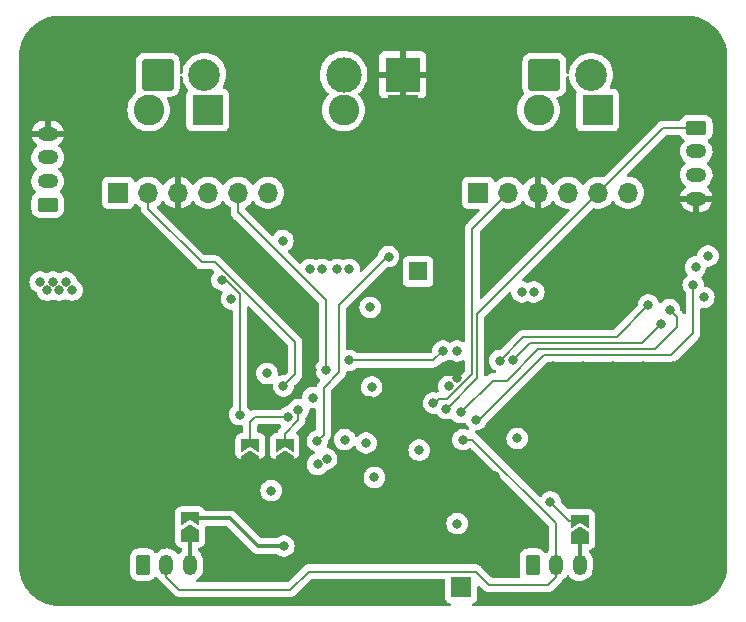
<source format=gbr>
%TF.GenerationSoftware,KiCad,Pcbnew,7.0.8*%
%TF.CreationDate,2024-07-02T17:24:08-04:00*%
%TF.ProjectId,motor-driver,6d6f746f-722d-4647-9269-7665722e6b69,rev?*%
%TF.SameCoordinates,Original*%
%TF.FileFunction,Copper,L4,Bot*%
%TF.FilePolarity,Positive*%
%FSLAX46Y46*%
G04 Gerber Fmt 4.6, Leading zero omitted, Abs format (unit mm)*
G04 Created by KiCad (PCBNEW 7.0.8) date 2024-07-02 17:24:08*
%MOMM*%
%LPD*%
G01*
G04 APERTURE LIST*
G04 Aperture macros list*
%AMRoundRect*
0 Rectangle with rounded corners*
0 $1 Rounding radius*
0 $2 $3 $4 $5 $6 $7 $8 $9 X,Y pos of 4 corners*
0 Add a 4 corners polygon primitive as box body*
4,1,4,$2,$3,$4,$5,$6,$7,$8,$9,$2,$3,0*
0 Add four circle primitives for the rounded corners*
1,1,$1+$1,$2,$3*
1,1,$1+$1,$4,$5*
1,1,$1+$1,$6,$7*
1,1,$1+$1,$8,$9*
0 Add four rect primitives between the rounded corners*
20,1,$1+$1,$2,$3,$4,$5,0*
20,1,$1+$1,$4,$5,$6,$7,0*
20,1,$1+$1,$6,$7,$8,$9,0*
20,1,$1+$1,$8,$9,$2,$3,0*%
%AMFreePoly0*
4,1,6,1.000000,0.000000,0.500000,-0.750000,-0.500000,-0.750000,-0.500000,0.750000,0.500000,0.750000,1.000000,0.000000,1.000000,0.000000,$1*%
%AMFreePoly1*
4,1,6,0.500000,-0.750000,-0.650000,-0.750000,-0.150000,0.000000,-0.650000,0.750000,0.500000,0.750000,0.500000,-0.750000,0.500000,-0.750000,$1*%
G04 Aperture macros list end*
%TA.AperFunction,ComponentPad*%
%ADD10C,0.600000*%
%TD*%
%TA.AperFunction,SMDPad,CuDef*%
%ADD11R,3.000000X4.500000*%
%TD*%
%TA.AperFunction,ComponentPad*%
%ADD12RoundRect,0.250000X-0.625000X0.350000X-0.625000X-0.350000X0.625000X-0.350000X0.625000X0.350000X0*%
%TD*%
%TA.AperFunction,ComponentPad*%
%ADD13O,1.750000X1.200000*%
%TD*%
%TA.AperFunction,ComponentPad*%
%ADD14C,0.800000*%
%TD*%
%TA.AperFunction,ComponentPad*%
%ADD15C,6.400000*%
%TD*%
%TA.AperFunction,ComponentPad*%
%ADD16RoundRect,0.250000X-0.350000X-0.625000X0.350000X-0.625000X0.350000X0.625000X-0.350000X0.625000X0*%
%TD*%
%TA.AperFunction,ComponentPad*%
%ADD17O,1.200000X1.750000*%
%TD*%
%TA.AperFunction,ComponentPad*%
%ADD18R,3.000000X3.000000*%
%TD*%
%TA.AperFunction,ComponentPad*%
%ADD19C,3.000000*%
%TD*%
%TA.AperFunction,ComponentPad*%
%ADD20R,1.700000X1.700000*%
%TD*%
%TA.AperFunction,ComponentPad*%
%ADD21O,1.700000X1.700000*%
%TD*%
%TA.AperFunction,ComponentPad*%
%ADD22RoundRect,0.250001X-1.099999X-1.099999X1.099999X-1.099999X1.099999X1.099999X-1.099999X1.099999X0*%
%TD*%
%TA.AperFunction,ComponentPad*%
%ADD23C,2.700000*%
%TD*%
%TA.AperFunction,ComponentPad*%
%ADD24O,0.890000X1.550000*%
%TD*%
%TA.AperFunction,ComponentPad*%
%ADD25O,1.250000X0.950000*%
%TD*%
%TA.AperFunction,ComponentPad*%
%ADD26R,2.600000X2.600000*%
%TD*%
%TA.AperFunction,ComponentPad*%
%ADD27C,2.600000*%
%TD*%
%TA.AperFunction,ComponentPad*%
%ADD28R,1.600000X1.600000*%
%TD*%
%TA.AperFunction,ComponentPad*%
%ADD29C,1.600000*%
%TD*%
%TA.AperFunction,ComponentPad*%
%ADD30RoundRect,0.250000X0.625000X-0.350000X0.625000X0.350000X-0.625000X0.350000X-0.625000X-0.350000X0*%
%TD*%
%TA.AperFunction,SMDPad,CuDef*%
%ADD31FreePoly0,90.000000*%
%TD*%
%TA.AperFunction,SMDPad,CuDef*%
%ADD32FreePoly1,90.000000*%
%TD*%
%TA.AperFunction,ViaPad*%
%ADD33C,0.800000*%
%TD*%
%TA.AperFunction,Conductor*%
%ADD34C,0.203200*%
%TD*%
%TA.AperFunction,Conductor*%
%ADD35C,0.304800*%
%TD*%
%TA.AperFunction,Conductor*%
%ADD36C,0.177800*%
%TD*%
G04 APERTURE END LIST*
D10*
%TO.P,U1,17,PAD*%
%TO.N,GND*%
X132000000Y-110300000D03*
X132000000Y-109100000D03*
X132000000Y-107900000D03*
X132000000Y-106700000D03*
X131000000Y-110300000D03*
X131000000Y-109100000D03*
D11*
X131000000Y-108500000D03*
D10*
X131000000Y-107900000D03*
X131000000Y-106700000D03*
X130000000Y-110300000D03*
X130000000Y-109100000D03*
X130000000Y-107900000D03*
X130000000Y-106700000D03*
%TD*%
D12*
%TO.P,J9,1,Pin_1*%
%TO.N,/ENC2_B*%
X177350000Y-94500000D03*
D13*
%TO.P,J9,2,Pin_2*%
%TO.N,/ENC2_A*%
X177350000Y-96500000D03*
%TO.P,J9,3,Pin_3*%
%TO.N,+3V3*%
X177350000Y-98500000D03*
%TO.P,J9,4,Pin_4*%
%TO.N,GND*%
X177350000Y-100500000D03*
%TD*%
D14*
%TO.P,REF\u002A\u002A,1*%
%TO.N,GND*%
X174100000Y-131500000D03*
X174802944Y-129802944D03*
X174802944Y-133197056D03*
X176500000Y-129100000D03*
D15*
X176500000Y-131500000D03*
X176500000Y-131500000D03*
D14*
X176500000Y-133900000D03*
X178197056Y-129802944D03*
X178197056Y-133197056D03*
X178900000Y-131500000D03*
%TD*%
D10*
%TO.P,U2,17,PAD*%
%TO.N,GND*%
X170000000Y-110300000D03*
X170000000Y-109100000D03*
X170000000Y-107900000D03*
X170000000Y-106700000D03*
X169000000Y-110300000D03*
X169000000Y-109100000D03*
D11*
X169000000Y-108500000D03*
D10*
X169000000Y-107900000D03*
X169000000Y-106700000D03*
X168000000Y-110300000D03*
X168000000Y-109100000D03*
X168000000Y-107900000D03*
X168000000Y-106700000D03*
%TD*%
D16*
%TO.P,J6,1,Pin_1*%
%TO.N,/TX_BUFFERED*%
X163500000Y-131500000D03*
D17*
%TO.P,J6,2,Pin_2*%
%TO.N,/RX*%
X165500000Y-131500000D03*
%TO.P,J6,3,Pin_3*%
%TO.N,Net-(J6-Pin_3)*%
X167500000Y-131500000D03*
%TO.P,J6,4,Pin_4*%
%TO.N,GND*%
X169500000Y-131500000D03*
%TD*%
D18*
%TO.P,J12,1,Pin_1*%
%TO.N,GND*%
X152500000Y-90000000D03*
D19*
%TO.P,J12,2,Pin_2*%
%TO.N,VBUS*%
X147500000Y-90000000D03*
%TD*%
D14*
%TO.P,REF\u002A\u002A,1*%
%TO.N,GND*%
X174100000Y-88500000D03*
X174802944Y-86802944D03*
X174802944Y-90197056D03*
X176500000Y-86100000D03*
D15*
X176500000Y-88500000D03*
X176500000Y-88500000D03*
D14*
X176500000Y-90900000D03*
X178197056Y-86802944D03*
X178197056Y-90197056D03*
X178900000Y-88500000D03*
%TD*%
D20*
%TO.P,J4,1,Pin_1*%
%TO.N,/M1B*%
X128410000Y-100000000D03*
D21*
%TO.P,J4,2,Pin_2*%
%TO.N,/ENC1_A*%
X130950000Y-100000000D03*
%TO.P,J4,3,Pin_3*%
%TO.N,GND*%
X133490000Y-100000000D03*
%TO.P,J4,4,Pin_4*%
%TO.N,+3V3*%
X136030000Y-100000000D03*
%TO.P,J4,5,Pin_5*%
%TO.N,/ENC1_B*%
X138570000Y-100000000D03*
%TO.P,J4,6,Pin_6*%
%TO.N,/M1A*%
X141110000Y-100000000D03*
%TD*%
D20*
%TO.P,J5,1,Pin_1*%
%TO.N,/M2B*%
X158890000Y-100000000D03*
D21*
%TO.P,J5,2,Pin_2*%
%TO.N,/ENC2_A*%
X161430000Y-100000000D03*
%TO.P,J5,3,Pin_3*%
%TO.N,GND*%
X163970000Y-100000000D03*
%TO.P,J5,4,Pin_4*%
%TO.N,+3V3*%
X166510000Y-100000000D03*
%TO.P,J5,5,Pin_5*%
%TO.N,/ENC2_B*%
X169050000Y-100000000D03*
%TO.P,J5,6,Pin_6*%
%TO.N,/M2A*%
X171590000Y-100000000D03*
%TD*%
D22*
%TO.P,J11,1,Pin_1*%
%TO.N,/M2B*%
X164500000Y-90000000D03*
D23*
%TO.P,J11,2,Pin_2*%
%TO.N,/M2A*%
X168460000Y-90000000D03*
%TD*%
D24*
%TO.P,J14,6,Shield*%
%TO.N,GND*%
X146500000Y-133633000D03*
D25*
X147500000Y-130933000D03*
X152500000Y-130933000D03*
D24*
X153500000Y-133633000D03*
%TD*%
D14*
%TO.P,REF\u002A\u002A,1*%
%TO.N,GND*%
X121100000Y-131500000D03*
X121802944Y-129802944D03*
X121802944Y-133197056D03*
X123500000Y-129100000D03*
D15*
X123500000Y-131500000D03*
X123500000Y-131500000D03*
D14*
X123500000Y-133900000D03*
X125197056Y-129802944D03*
X125197056Y-133197056D03*
X125900000Y-131500000D03*
%TD*%
D26*
%TO.P,J3,1,Pin_1*%
%TO.N,GND*%
X152500000Y-93000000D03*
D27*
%TO.P,J3,2,Pin_2*%
%TO.N,VBUS*%
X147500000Y-93000000D03*
%TD*%
D20*
%TO.P,J13,1,Pin_1*%
%TO.N,/~{USB_BOOT}*%
X157475000Y-133400000D03*
%TD*%
D26*
%TO.P,J2,1,Pin_1*%
%TO.N,/M2A*%
X169000000Y-93000000D03*
D27*
%TO.P,J2,2,Pin_2*%
%TO.N,/M2B*%
X164000000Y-93000000D03*
%TD*%
D22*
%TO.P,J10,1,Pin_1*%
%TO.N,/M1B*%
X131750000Y-90000000D03*
D23*
%TO.P,J10,2,Pin_2*%
%TO.N,/M1A*%
X135710000Y-90000000D03*
%TD*%
D14*
%TO.P,REF\u002A\u002A,1*%
%TO.N,GND*%
X121100000Y-88500000D03*
X121802944Y-86802944D03*
X121802944Y-90197056D03*
X123500000Y-86100000D03*
D15*
X123500000Y-88500000D03*
X123500000Y-88500000D03*
D14*
X123500000Y-90900000D03*
X125197056Y-86802944D03*
X125197056Y-90197056D03*
X125900000Y-88500000D03*
%TD*%
D26*
%TO.P,J1,1,Pin_1*%
%TO.N,/M1A*%
X136000000Y-93000008D03*
D27*
%TO.P,J1,2,Pin_2*%
%TO.N,/M1B*%
X131000000Y-93000008D03*
%TD*%
D28*
%TO.P,C1,1*%
%TO.N,VCC*%
X153800000Y-106652651D03*
D29*
%TO.P,C1,2*%
%TO.N,GND*%
X153800000Y-103152651D03*
%TD*%
D16*
%TO.P,J7,1,Pin_1*%
%TO.N,/TX_BUFFERED*%
X130500000Y-131500000D03*
D17*
%TO.P,J7,2,Pin_2*%
%TO.N,/RX*%
X132500000Y-131500000D03*
%TO.P,J7,3,Pin_3*%
%TO.N,Net-(J7-Pin_3)*%
X134500000Y-131500000D03*
%TO.P,J7,4,Pin_4*%
%TO.N,GND*%
X136500000Y-131500000D03*
%TD*%
D30*
%TO.P,J8,1,Pin_1*%
%TO.N,/ENC1_B*%
X122450000Y-101000000D03*
D13*
%TO.P,J8,2,Pin_2*%
%TO.N,/ENC1_A*%
X122450000Y-99000000D03*
%TO.P,J8,3,Pin_3*%
%TO.N,+3V3*%
X122450000Y-97000000D03*
%TO.P,J8,4,Pin_4*%
%TO.N,GND*%
X122450000Y-95000000D03*
%TD*%
D10*
%TO.P,U5,57,GND*%
%TO.N,GND*%
X151021000Y-120019000D03*
X151021000Y-118744000D03*
X151021000Y-117469000D03*
X149746000Y-120019000D03*
X149746000Y-118744000D03*
X149746000Y-117469000D03*
X148471000Y-120019000D03*
X148471000Y-118744000D03*
X148471000Y-117469000D03*
%TD*%
D31*
%TO.P,JP1,1,A*%
%TO.N,Net-(J7-Pin_3)*%
X134500000Y-129025000D03*
D32*
%TO.P,JP1,2,B*%
%TO.N,+3V3*%
X134500000Y-127575000D03*
%TD*%
D31*
%TO.P,JP4,1,A*%
%TO.N,GND*%
X142500000Y-122825000D03*
D32*
%TO.P,JP4,2,B*%
%TO.N,Net-(JP4-B)*%
X142500000Y-121375000D03*
%TD*%
D31*
%TO.P,JP2,1,A*%
%TO.N,Net-(J6-Pin_3)*%
X167500000Y-129225000D03*
D32*
%TO.P,JP2,2,B*%
%TO.N,+3V3*%
X167500000Y-127775000D03*
%TD*%
D31*
%TO.P,JP3,1,A*%
%TO.N,GND*%
X139600000Y-122825000D03*
D32*
%TO.P,JP3,2,B*%
%TO.N,Net-(JP3-B)*%
X139600000Y-121375000D03*
%TD*%
D33*
%TO.N,GND*%
X129680000Y-124840000D03*
X134760000Y-119760000D03*
X127140000Y-117220000D03*
X172860000Y-122300000D03*
X124600000Y-114680000D03*
X129680000Y-114680000D03*
X124600000Y-119760000D03*
X127140000Y-124840000D03*
X167780000Y-117220000D03*
X141831300Y-117700000D03*
X134760000Y-124840000D03*
X175400000Y-117220000D03*
X175400000Y-119760000D03*
X141500000Y-128000000D03*
X172860000Y-114680000D03*
X143805000Y-124487000D03*
X132220000Y-114680000D03*
X132220000Y-122300000D03*
X170320000Y-122300000D03*
X167780000Y-119760000D03*
X172860000Y-119760000D03*
X160287000Y-123951000D03*
X170320000Y-114680000D03*
X157100000Y-115666200D03*
X165240000Y-119760000D03*
X167780000Y-122300000D03*
X127140000Y-119760000D03*
X165240000Y-122300000D03*
X167780000Y-114680000D03*
X175400000Y-114680000D03*
X170320000Y-119760000D03*
X124600000Y-122300000D03*
X124600000Y-117220000D03*
X124600000Y-124840000D03*
X156223000Y-121622700D03*
X172860000Y-117220000D03*
X170320000Y-117220000D03*
X127140000Y-122300000D03*
X156000000Y-109850000D03*
X165240000Y-117220000D03*
X127140000Y-114680000D03*
X132220000Y-124840000D03*
X175400000Y-122300000D03*
X144800000Y-115000000D03*
X129680000Y-117220000D03*
X165240000Y-114680000D03*
X170320000Y-124840000D03*
X167780000Y-124840000D03*
X132220000Y-119760000D03*
X134760000Y-114680000D03*
X134760000Y-122300000D03*
X129680000Y-119760000D03*
X142253000Y-108965000D03*
X175400000Y-124840000D03*
X129680000Y-122300000D03*
X132220000Y-117220000D03*
X134760000Y-117220000D03*
X172860000Y-124840000D03*
%TO.N,VCC*%
X146952000Y-106480000D03*
X147968000Y-106480000D03*
X144666000Y-106480000D03*
X124500000Y-108250000D03*
X122900000Y-107550000D03*
X122400000Y-108250000D03*
X124000000Y-107550000D03*
X123400000Y-108250000D03*
X121800000Y-107550000D03*
X163600000Y-108400000D03*
X145682000Y-106480000D03*
X162600000Y-108400000D03*
%TO.N,+3V3*%
X162200000Y-120800000D03*
X146063000Y-122554000D03*
X144893234Y-117357494D03*
X153900000Y-121800000D03*
X178000000Y-108850000D03*
X157112000Y-113410000D03*
X149400000Y-121200000D03*
X149873000Y-116458000D03*
X157112000Y-128015000D03*
X156400000Y-116400000D03*
X138000000Y-109000000D03*
X145300000Y-123000000D03*
X142441000Y-129920000D03*
X165000000Y-126200000D03*
%TO.N,/M2_DIR*%
X175100000Y-109900000D03*
X157403427Y-118605405D03*
%TO.N,/M2_PWM*%
X174400000Y-111100000D03*
X161800000Y-114200000D03*
%TO.N,/ENC1_A*%
X142400000Y-116367500D03*
%TO.N,/ENC1_B*%
X145987253Y-114985253D03*
%TO.N,/ENC2_B*%
X156200000Y-118277800D03*
%TO.N,/ENC2_A*%
X155100000Y-117800000D03*
%TO.N,/M2_FLAG*%
X177100000Y-107800000D03*
X158714880Y-119214880D03*
%TO.N,+1V1*%
X150100000Y-124100000D03*
X147600000Y-120900000D03*
%TO.N,/RUN*%
X155900000Y-113400000D03*
X147950000Y-114200000D03*
%TO.N,/M2_ENABLE*%
X173300000Y-109503900D03*
X160708943Y-114208943D03*
%TO.N,/M1_SENSE*%
X137200000Y-107400000D03*
X138704247Y-118795753D03*
%TO.N,+5V*%
X141364000Y-125221000D03*
X149746000Y-109700000D03*
X141000000Y-115300000D03*
%TO.N,/VREF*%
X142350000Y-104050000D03*
X178350000Y-105350000D03*
%TO.N,/M2_SENSE*%
X145271788Y-121012617D03*
X151300000Y-105401100D03*
X177300000Y-106300000D03*
%TO.N,/RX*%
X157600000Y-120909200D03*
%TO.N,Net-(JP3-B)*%
X142800000Y-119000000D03*
%TO.N,Net-(JP4-B)*%
X143672146Y-118359241D03*
%TD*%
D34*
%TO.N,+3V3*%
X167500000Y-127775000D02*
X166575000Y-127775000D01*
D35*
X142441000Y-129920000D02*
X140220000Y-129920000D01*
X140220000Y-129920000D02*
X137875000Y-127575000D01*
D34*
X166575000Y-127775000D02*
X165000000Y-126200000D01*
D35*
X137875000Y-127575000D02*
X134500000Y-127575000D01*
D34*
%TO.N,/M2_DIR*%
X157403427Y-118605405D02*
X160108832Y-115900000D01*
X163950000Y-113250000D02*
X173850000Y-113250000D01*
X175700000Y-111400000D02*
X175700000Y-110500000D01*
X175700000Y-110500000D02*
X175100000Y-109900000D01*
X160108832Y-115900000D02*
X161300000Y-115900000D01*
X173850000Y-113250000D02*
X175700000Y-111400000D01*
X161300000Y-115900000D02*
X163950000Y-113250000D01*
D36*
%TO.N,/M2_PWM*%
X172800000Y-112700000D02*
X174400000Y-111100000D01*
X163300000Y-112700000D02*
X172800000Y-112700000D01*
X161800000Y-114200000D02*
X163300000Y-112700000D01*
%TO.N,/ENC1_A*%
X143402074Y-112659217D02*
X136642857Y-105900000D01*
X130950000Y-101350000D02*
X130950000Y-100000000D01*
X142400000Y-116367500D02*
X143402074Y-115365426D01*
X143402074Y-115365426D02*
X143402074Y-112659217D01*
X135500000Y-105900000D02*
X130950000Y-101350000D01*
X136642857Y-105900000D02*
X135500000Y-105900000D01*
D34*
%TO.N,/ENC1_B*%
X138570000Y-100000000D02*
X138570000Y-101670000D01*
D36*
X145987253Y-109087253D02*
X138650000Y-101750000D01*
X145987253Y-114985253D02*
X145987253Y-109087253D01*
D34*
X138570000Y-101670000D02*
X138650000Y-101750000D01*
%TO.N,/ENC2_B*%
X156222200Y-118277800D02*
X158800000Y-115700000D01*
X158800000Y-115700000D02*
X158800000Y-110250000D01*
X177350000Y-94500000D02*
X174550000Y-94500000D01*
X174550000Y-94500000D02*
X169050000Y-100000000D01*
X158800000Y-110250000D02*
X169050000Y-100000000D01*
X156200000Y-118277800D02*
X156222200Y-118277800D01*
%TO.N,/ENC2_A*%
X155100000Y-117800000D02*
X155300000Y-117800000D01*
X155300000Y-117800000D02*
X155600000Y-117500000D01*
X158400000Y-103030000D02*
X161430000Y-100000000D01*
X156260817Y-117500000D02*
X158400000Y-115360817D01*
X155600000Y-117500000D02*
X156260817Y-117500000D01*
X158400000Y-115360817D02*
X158400000Y-103030000D01*
%TO.N,/M2_FLAG*%
X175250000Y-113750000D02*
X177100000Y-111900000D01*
X164450000Y-113750000D02*
X175250000Y-113750000D01*
X158714880Y-119214880D02*
X158985120Y-119214880D01*
X177100000Y-111900000D02*
X177100000Y-107800000D01*
X158985120Y-119214880D02*
X164450000Y-113750000D01*
D36*
%TO.N,/RUN*%
X155900000Y-113400000D02*
X155100000Y-114200000D01*
X155100000Y-114200000D02*
X147950000Y-114200000D01*
%TO.N,/M2_ENABLE*%
X160708943Y-114208943D02*
X162717886Y-112200000D01*
X170603900Y-112200000D02*
X173300000Y-109503900D01*
X162717886Y-112200000D02*
X170603900Y-112200000D01*
%TO.N,/M1_SENSE*%
X138704247Y-118795753D02*
X138700000Y-118791506D01*
X137500000Y-107400000D02*
X137200000Y-107400000D01*
X138700000Y-108600000D02*
X137500000Y-107400000D01*
X138700000Y-118791506D02*
X138700000Y-108600000D01*
D34*
%TO.N,/M2_SENSE*%
X147100000Y-115200000D02*
X145800000Y-116500000D01*
X147100000Y-109500000D02*
X147100000Y-115200000D01*
X145800000Y-120484405D02*
X145271788Y-121012617D01*
X151198900Y-105401100D02*
X147100000Y-109500000D01*
X151300000Y-105401100D02*
X151198900Y-105401100D01*
X145800000Y-116500000D02*
X145800000Y-120484405D01*
%TO.N,/RX*%
X132500000Y-131500000D02*
X132500000Y-132500000D01*
X157600000Y-120909200D02*
X158409200Y-120909200D01*
X159800000Y-133200000D02*
X164800000Y-133200000D01*
X158670600Y-132070600D02*
X159800000Y-133200000D01*
X132500000Y-132500000D02*
X133600000Y-133600000D01*
X143000000Y-133600000D02*
X144529400Y-132070600D01*
X144529400Y-132070600D02*
X158670600Y-132070600D01*
X133600000Y-133600000D02*
X143000000Y-133600000D01*
X158409200Y-120909200D02*
X165500000Y-128000000D01*
X164800000Y-133200000D02*
X165500000Y-132500000D01*
X165500000Y-132500000D02*
X165500000Y-131500000D01*
X165500000Y-128000000D02*
X165500000Y-131500000D01*
D35*
%TO.N,Net-(J6-Pin_3)*%
X167500000Y-131500000D02*
X167500000Y-129125000D01*
%TO.N,Net-(J7-Pin_3)*%
X134500000Y-129025000D02*
X134500000Y-131500000D01*
D36*
%TO.N,Net-(JP3-B)*%
X142800000Y-119000000D02*
X140000000Y-119000000D01*
X139600000Y-119400000D02*
X139600000Y-121375000D01*
X140000000Y-119000000D02*
X139600000Y-119400000D01*
%TO.N,Net-(JP4-B)*%
X142500000Y-120400000D02*
X142500000Y-121375000D01*
X143672146Y-119227854D02*
X142500000Y-120400000D01*
X143672146Y-118359241D02*
X143672146Y-119227854D01*
%TD*%
%TA.AperFunction,Conductor*%
%TO.N,GND*%
G36*
X176501544Y-85000575D02*
G01*
X176652546Y-85007994D01*
X176846574Y-85018162D01*
X176852452Y-85018751D01*
X177021733Y-85043862D01*
X177197543Y-85071708D01*
X177202985Y-85072818D01*
X177372207Y-85115206D01*
X177541290Y-85160512D01*
X177546163Y-85162033D01*
X177711894Y-85221332D01*
X177874260Y-85283659D01*
X177878559Y-85285499D01*
X178038476Y-85361134D01*
X178129436Y-85407481D01*
X178192968Y-85439852D01*
X178196747Y-85441944D01*
X178348969Y-85533182D01*
X178494256Y-85627533D01*
X178497451Y-85629752D01*
X178640331Y-85735720D01*
X178774964Y-85844744D01*
X178777597Y-85846999D01*
X178839574Y-85903172D01*
X178908503Y-85965646D01*
X178910722Y-85967758D01*
X179032239Y-86089275D01*
X179034352Y-86091495D01*
X179152990Y-86222391D01*
X179155260Y-86225041D01*
X179264283Y-86359673D01*
X179303270Y-86412240D01*
X179370238Y-86502536D01*
X179372473Y-86505754D01*
X179466822Y-86651038D01*
X179558049Y-86803242D01*
X179560146Y-86807030D01*
X179638868Y-86961529D01*
X179714493Y-87121426D01*
X179716358Y-87125786D01*
X179778672Y-87288120D01*
X179789827Y-87319295D01*
X179837956Y-87453806D01*
X179839488Y-87458713D01*
X179884790Y-87627780D01*
X179889686Y-87647323D01*
X179927178Y-87797005D01*
X179928291Y-87802459D01*
X179956145Y-87978317D01*
X179981243Y-88147512D01*
X179981839Y-88153462D01*
X179992011Y-88347561D01*
X179999424Y-88498451D01*
X179999500Y-88501543D01*
X179999500Y-131498456D01*
X179999424Y-131501548D01*
X179992011Y-131652438D01*
X179981839Y-131846536D01*
X179981243Y-131852486D01*
X179956145Y-132021682D01*
X179928291Y-132197539D01*
X179927178Y-132202992D01*
X179884793Y-132372210D01*
X179839488Y-132541285D01*
X179837952Y-132546205D01*
X179778672Y-132711879D01*
X179716358Y-132874212D01*
X179714494Y-132878572D01*
X179638868Y-133038470D01*
X179560146Y-133192968D01*
X179558049Y-133196756D01*
X179466822Y-133348961D01*
X179372472Y-133494245D01*
X179370238Y-133497462D01*
X179264285Y-133640324D01*
X179155270Y-133774946D01*
X179152990Y-133777607D01*
X179034352Y-133908503D01*
X179032220Y-133910743D01*
X178910743Y-134032220D01*
X178908503Y-134034352D01*
X178777607Y-134152990D01*
X178774946Y-134155270D01*
X178640324Y-134264285D01*
X178497462Y-134370238D01*
X178494245Y-134372472D01*
X178348961Y-134466822D01*
X178196756Y-134558049D01*
X178192968Y-134560146D01*
X178038470Y-134638868D01*
X177878572Y-134714494D01*
X177874212Y-134716358D01*
X177711879Y-134778672D01*
X177546205Y-134837952D01*
X177541285Y-134839488D01*
X177372210Y-134884793D01*
X177202992Y-134927178D01*
X177197539Y-134928291D01*
X177021682Y-134956145D01*
X176852486Y-134981243D01*
X176846536Y-134981839D01*
X176652438Y-134992011D01*
X176547311Y-134997175D01*
X176501545Y-134999424D01*
X176498457Y-134999500D01*
X158467883Y-134999500D01*
X158399762Y-134979498D01*
X158353269Y-134925842D01*
X158343165Y-134855568D01*
X158372659Y-134790988D01*
X158427248Y-134755904D01*
X158426816Y-134754744D01*
X158432152Y-134752753D01*
X158432385Y-134752604D01*
X158432966Y-134752450D01*
X158484801Y-134733116D01*
X158571204Y-134700889D01*
X158688261Y-134613261D01*
X158708457Y-134586283D01*
X158775887Y-134496207D01*
X158775887Y-134496206D01*
X158775889Y-134496204D01*
X158826989Y-134359201D01*
X158833500Y-134298638D01*
X158833500Y-133400502D01*
X158853502Y-133332381D01*
X158907158Y-133285888D01*
X158977432Y-133275784D01*
X159042012Y-133305278D01*
X159048589Y-133311401D01*
X159181406Y-133444218D01*
X159311132Y-133573944D01*
X159320859Y-133586085D01*
X159321118Y-133585872D01*
X159326173Y-133591982D01*
X159375358Y-133638170D01*
X159395728Y-133658541D01*
X159395737Y-133658549D01*
X159397002Y-133659530D01*
X159400989Y-133662622D01*
X159405502Y-133666477D01*
X159438542Y-133697504D01*
X159455307Y-133706720D01*
X159471832Y-133717573D01*
X159486966Y-133729313D01*
X159528585Y-133747323D01*
X159533884Y-133749919D01*
X159573622Y-133771765D01*
X159592161Y-133776525D01*
X159610858Y-133782926D01*
X159628435Y-133790532D01*
X159673232Y-133797626D01*
X159679017Y-133798825D01*
X159722926Y-133810100D01*
X159742064Y-133810100D01*
X159761774Y-133811650D01*
X159780684Y-133814646D01*
X159812367Y-133811651D01*
X159825817Y-133810380D01*
X159831750Y-133810100D01*
X164718736Y-133810100D01*
X164734203Y-133811807D01*
X164734235Y-133811473D01*
X164742127Y-133812219D01*
X164742127Y-133812218D01*
X164742128Y-133812219D01*
X164809568Y-133810100D01*
X164838383Y-133810100D01*
X164838384Y-133810100D01*
X164838384Y-133810099D01*
X164843675Y-133809430D01*
X164844965Y-133809268D01*
X164850883Y-133808801D01*
X164896199Y-133807378D01*
X164914583Y-133802035D01*
X164933937Y-133798027D01*
X164952932Y-133795629D01*
X164995082Y-133778939D01*
X165000693Y-133777018D01*
X165044225Y-133764372D01*
X165060699Y-133754628D01*
X165078450Y-133745932D01*
X165096254Y-133738884D01*
X165132960Y-133712214D01*
X165137870Y-133708989D01*
X165176906Y-133685905D01*
X165190436Y-133672374D01*
X165205476Y-133659530D01*
X165220954Y-133648285D01*
X165220954Y-133648284D01*
X165220962Y-133648279D01*
X165249875Y-133613327D01*
X165253842Y-133608967D01*
X165873941Y-132988868D01*
X165886091Y-132979136D01*
X165885877Y-132978877D01*
X165891984Y-132973825D01*
X165938185Y-132924625D01*
X165946568Y-132916242D01*
X165958546Y-132904265D01*
X165962611Y-132899021D01*
X165966464Y-132894509D01*
X165997504Y-132861458D01*
X166006727Y-132844679D01*
X166017586Y-132828150D01*
X166029311Y-132813035D01*
X166029310Y-132813035D01*
X166029312Y-132813034D01*
X166047320Y-132771418D01*
X166049910Y-132766130D01*
X166055815Y-132755389D01*
X166093138Y-132713457D01*
X166229215Y-132616559D01*
X166375303Y-132463346D01*
X166394679Y-132433195D01*
X166448333Y-132386703D01*
X166518607Y-132376598D01*
X166583188Y-132406090D01*
X166599719Y-132423427D01*
X166607402Y-132433197D01*
X166694094Y-132543435D01*
X166854077Y-132682061D01*
X166854088Y-132682069D01*
X167037412Y-132787910D01*
X167037415Y-132787911D01*
X167037418Y-132787913D01*
X167237473Y-132857153D01*
X167447016Y-132887281D01*
X167596290Y-132880170D01*
X167658463Y-132877209D01*
X167658467Y-132877208D01*
X167658474Y-132877208D01*
X167864204Y-132827298D01*
X168056771Y-132739356D01*
X168229215Y-132616559D01*
X168375303Y-132463346D01*
X168489756Y-132285254D01*
X168568436Y-132088721D01*
X168608500Y-131880849D01*
X168608500Y-131172197D01*
X168593419Y-131014261D01*
X168533777Y-130811138D01*
X168533776Y-130811137D01*
X168533776Y-130811135D01*
X168436772Y-130622976D01*
X168436771Y-130622974D01*
X168305908Y-130456568D01*
X168305907Y-130456567D01*
X168292374Y-130444840D01*
X168253991Y-130385113D01*
X168253991Y-130314117D01*
X168292375Y-130254391D01*
X168339387Y-130228720D01*
X168463411Y-130192304D01*
X168586421Y-130113250D01*
X168682176Y-130002743D01*
X168742919Y-129869734D01*
X168763729Y-129725000D01*
X168763729Y-128725000D01*
X168759657Y-128660443D01*
X168747074Y-128614767D01*
X168743833Y-128563374D01*
X168763729Y-128425000D01*
X168763729Y-127275000D01*
X168758500Y-127201889D01*
X168717304Y-127061589D01*
X168638250Y-126938579D01*
X168527743Y-126842824D01*
X168394734Y-126782081D01*
X168394727Y-126782079D01*
X168250006Y-126761271D01*
X168250000Y-126761271D01*
X166750000Y-126761271D01*
X166724173Y-126763118D01*
X166676892Y-126766499D01*
X166676884Y-126766501D01*
X166557238Y-126801633D01*
X166486241Y-126801633D01*
X166432644Y-126769832D01*
X165950409Y-126287597D01*
X165916383Y-126225285D01*
X165914368Y-126206548D01*
X165914194Y-126206567D01*
X165893542Y-126010072D01*
X165834527Y-125828444D01*
X165739040Y-125663056D01*
X165739038Y-125663054D01*
X165739034Y-125663048D01*
X165611255Y-125521135D01*
X165456752Y-125408882D01*
X165282288Y-125331206D01*
X165095487Y-125291500D01*
X164904513Y-125291500D01*
X164717711Y-125331206D01*
X164543247Y-125408882D01*
X164388744Y-125521135D01*
X164260965Y-125663048D01*
X164260958Y-125663058D01*
X164257012Y-125669894D01*
X164205628Y-125718887D01*
X164135914Y-125732321D01*
X164070004Y-125705933D01*
X164058799Y-125695987D01*
X159162812Y-120800000D01*
X161286496Y-120800000D01*
X161306457Y-120989927D01*
X161313003Y-121010072D01*
X161365473Y-121171556D01*
X161365476Y-121171561D01*
X161460958Y-121336941D01*
X161460965Y-121336951D01*
X161588744Y-121478864D01*
X161588747Y-121478866D01*
X161743248Y-121591118D01*
X161917712Y-121668794D01*
X162104513Y-121708500D01*
X162295487Y-121708500D01*
X162482288Y-121668794D01*
X162656752Y-121591118D01*
X162811253Y-121478866D01*
X162840719Y-121446141D01*
X162939034Y-121336951D01*
X162939035Y-121336949D01*
X162939040Y-121336944D01*
X163034527Y-121171556D01*
X163093542Y-120989928D01*
X163113504Y-120800000D01*
X163093542Y-120610072D01*
X163034527Y-120428444D01*
X162939040Y-120263056D01*
X162939038Y-120263054D01*
X162939034Y-120263048D01*
X162811255Y-120121135D01*
X162656752Y-120008882D01*
X162482288Y-119931206D01*
X162295487Y-119891500D01*
X162104513Y-119891500D01*
X161917711Y-119931206D01*
X161743247Y-120008882D01*
X161588744Y-120121135D01*
X161460965Y-120263048D01*
X161460958Y-120263058D01*
X161375142Y-120411696D01*
X161365473Y-120428444D01*
X161360801Y-120442824D01*
X161306457Y-120610072D01*
X161286496Y-120800000D01*
X159162812Y-120800000D01*
X158898068Y-120535256D01*
X158888335Y-120523108D01*
X158888076Y-120523323D01*
X158883028Y-120517220D01*
X158883026Y-120517217D01*
X158833841Y-120471029D01*
X158813469Y-120450656D01*
X158808208Y-120446575D01*
X158803695Y-120442720D01*
X158770660Y-120411698D01*
X158770655Y-120411694D01*
X158753885Y-120402475D01*
X158737357Y-120391618D01*
X158722235Y-120379888D01*
X158722231Y-120379885D01*
X158700523Y-120370491D01*
X158687870Y-120365016D01*
X158633298Y-120319606D01*
X158611938Y-120251898D01*
X158630575Y-120183391D01*
X158683290Y-120135835D01*
X158737913Y-120123380D01*
X158810367Y-120123380D01*
X158997168Y-120083674D01*
X159171632Y-120005998D01*
X159326133Y-119893746D01*
X159326135Y-119893744D01*
X159453914Y-119751831D01*
X159453915Y-119751829D01*
X159453920Y-119751824D01*
X159549407Y-119586436D01*
X159575211Y-119507018D01*
X159605946Y-119456863D01*
X164665806Y-114397005D01*
X164728118Y-114362979D01*
X164754901Y-114360100D01*
X175168736Y-114360100D01*
X175184203Y-114361807D01*
X175184235Y-114361473D01*
X175192127Y-114362219D01*
X175192127Y-114362218D01*
X175192128Y-114362219D01*
X175259568Y-114360100D01*
X175288383Y-114360100D01*
X175288384Y-114360100D01*
X175288384Y-114360099D01*
X175293675Y-114359430D01*
X175294965Y-114359268D01*
X175300883Y-114358801D01*
X175346199Y-114357378D01*
X175364583Y-114352035D01*
X175383937Y-114348027D01*
X175402932Y-114345629D01*
X175445082Y-114328939D01*
X175450693Y-114327018D01*
X175494225Y-114314372D01*
X175510699Y-114304628D01*
X175528450Y-114295932D01*
X175546254Y-114288884D01*
X175582960Y-114262214D01*
X175587870Y-114258989D01*
X175626906Y-114235905D01*
X175640436Y-114222374D01*
X175655476Y-114209530D01*
X175670954Y-114198285D01*
X175670954Y-114198284D01*
X175670962Y-114198279D01*
X175699874Y-114163328D01*
X175703841Y-114158968D01*
X177473944Y-112388865D01*
X177486094Y-112379134D01*
X177485879Y-112378874D01*
X177491978Y-112373828D01*
X177491983Y-112373826D01*
X177538170Y-112324641D01*
X177558547Y-112304265D01*
X177562629Y-112299001D01*
X177566463Y-112294512D01*
X177597504Y-112261458D01*
X177606726Y-112244681D01*
X177617581Y-112228157D01*
X177619750Y-112225360D01*
X177629312Y-112213034D01*
X177647324Y-112171407D01*
X177649909Y-112166130D01*
X177671765Y-112126378D01*
X177676524Y-112107838D01*
X177682928Y-112089135D01*
X177690532Y-112071565D01*
X177697623Y-112026792D01*
X177698824Y-112020985D01*
X177710100Y-111977074D01*
X177710100Y-111957936D01*
X177711651Y-111938225D01*
X177714646Y-111919315D01*
X177710380Y-111874181D01*
X177710100Y-111868249D01*
X177710100Y-109872773D01*
X177730102Y-109804652D01*
X177783758Y-109758159D01*
X177854032Y-109748055D01*
X177862299Y-109749527D01*
X177904510Y-109758500D01*
X177904513Y-109758500D01*
X178095487Y-109758500D01*
X178282288Y-109718794D01*
X178456752Y-109641118D01*
X178611253Y-109528866D01*
X178611633Y-109528444D01*
X178739034Y-109386951D01*
X178739035Y-109386949D01*
X178739040Y-109386944D01*
X178834527Y-109221556D01*
X178893542Y-109039928D01*
X178913504Y-108850000D01*
X178893542Y-108660072D01*
X178834527Y-108478444D01*
X178739040Y-108313056D01*
X178739038Y-108313054D01*
X178739034Y-108313048D01*
X178611255Y-108171135D01*
X178456752Y-108058882D01*
X178282288Y-107981206D01*
X178111719Y-107944950D01*
X178049245Y-107911221D01*
X178014924Y-107849072D01*
X178012607Y-107808531D01*
X178013504Y-107800000D01*
X177993542Y-107610072D01*
X177934527Y-107428444D01*
X177839040Y-107263056D01*
X177806543Y-107226964D01*
X177775827Y-107162958D01*
X177784590Y-107092505D01*
X177826120Y-107040719D01*
X177911252Y-106978867D01*
X177911255Y-106978864D01*
X178039034Y-106836951D01*
X178039035Y-106836949D01*
X178039040Y-106836944D01*
X178134527Y-106671556D01*
X178193542Y-106489928D01*
X178206007Y-106371329D01*
X178233020Y-106305673D01*
X178291241Y-106265043D01*
X178331317Y-106258500D01*
X178445487Y-106258500D01*
X178632288Y-106218794D01*
X178806752Y-106141118D01*
X178961253Y-106028866D01*
X179043023Y-105938051D01*
X179089034Y-105886951D01*
X179089035Y-105886949D01*
X179089040Y-105886944D01*
X179184527Y-105721556D01*
X179243542Y-105539928D01*
X179263504Y-105350000D01*
X179243542Y-105160072D01*
X179184527Y-104978444D01*
X179089040Y-104813056D01*
X179089038Y-104813054D01*
X179089034Y-104813048D01*
X178961255Y-104671135D01*
X178806752Y-104558882D01*
X178632288Y-104481206D01*
X178445487Y-104441500D01*
X178254513Y-104441500D01*
X178067711Y-104481206D01*
X177893247Y-104558882D01*
X177738744Y-104671135D01*
X177610965Y-104813048D01*
X177610958Y-104813058D01*
X177515476Y-104978438D01*
X177515473Y-104978445D01*
X177456457Y-105160072D01*
X177443993Y-105278670D01*
X177416980Y-105344327D01*
X177358759Y-105384957D01*
X177318683Y-105391500D01*
X177204513Y-105391500D01*
X177017711Y-105431206D01*
X176843247Y-105508882D01*
X176688744Y-105621135D01*
X176560965Y-105763048D01*
X176560958Y-105763058D01*
X176465476Y-105928438D01*
X176465473Y-105928444D01*
X176457687Y-105952406D01*
X176406457Y-106110072D01*
X176386496Y-106300000D01*
X176406457Y-106489927D01*
X176431858Y-106568102D01*
X176465473Y-106671556D01*
X176560960Y-106836944D01*
X176584471Y-106863056D01*
X176593455Y-106873033D01*
X176624172Y-106937041D01*
X176615408Y-107007494D01*
X176573881Y-107059280D01*
X176488742Y-107121137D01*
X176360965Y-107263048D01*
X176360958Y-107263058D01*
X176265476Y-107428438D01*
X176265473Y-107428445D01*
X176206457Y-107610072D01*
X176186496Y-107800000D01*
X176206457Y-107989927D01*
X176218973Y-108028445D01*
X176265473Y-108171556D01*
X176265476Y-108171561D01*
X176347163Y-108313048D01*
X176360960Y-108336944D01*
X176457536Y-108444203D01*
X176488253Y-108508210D01*
X176489900Y-108528513D01*
X176489900Y-110176542D01*
X176469898Y-110244663D01*
X176416242Y-110291156D01*
X176345968Y-110301260D01*
X176281388Y-110271766D01*
X176255470Y-110240721D01*
X176254652Y-110239339D01*
X176245929Y-110221541D01*
X176239156Y-110204434D01*
X176238884Y-110203746D01*
X176238882Y-110203743D01*
X176238881Y-110203741D01*
X176212236Y-110167068D01*
X176208974Y-110162103D01*
X176185905Y-110123094D01*
X176172372Y-110109561D01*
X176159537Y-110094534D01*
X176148279Y-110079038D01*
X176113339Y-110050133D01*
X176108957Y-110046146D01*
X176050409Y-109987598D01*
X176016383Y-109925286D01*
X176014368Y-109906548D01*
X176014194Y-109906567D01*
X175993542Y-109710072D01*
X175971137Y-109641118D01*
X175934527Y-109528444D01*
X175839040Y-109363056D01*
X175839038Y-109363054D01*
X175839034Y-109363048D01*
X175711255Y-109221135D01*
X175556752Y-109108882D01*
X175382288Y-109031206D01*
X175195487Y-108991500D01*
X175004513Y-108991500D01*
X174817711Y-109031206D01*
X174643247Y-109108882D01*
X174488746Y-109221134D01*
X174395685Y-109324489D01*
X174335239Y-109361728D01*
X174264255Y-109360376D01*
X174205271Y-109320862D01*
X174182216Y-109279115D01*
X174134527Y-109132344D01*
X174039040Y-108966956D01*
X174039038Y-108966954D01*
X174039034Y-108966948D01*
X173911255Y-108825035D01*
X173756752Y-108712782D01*
X173582288Y-108635106D01*
X173395487Y-108595400D01*
X173204513Y-108595400D01*
X173017711Y-108635106D01*
X172843247Y-108712782D01*
X172688744Y-108825035D01*
X172560965Y-108966948D01*
X172560958Y-108966958D01*
X172465476Y-109132338D01*
X172465473Y-109132345D01*
X172406457Y-109313972D01*
X172386496Y-109503901D01*
X172386744Y-109506262D01*
X172386496Y-109507617D01*
X172386496Y-109510503D01*
X172385968Y-109510503D01*
X172373967Y-109576100D01*
X172350528Y-109608519D01*
X170393354Y-111565695D01*
X170331042Y-111599720D01*
X170304259Y-111602600D01*
X162761175Y-111602600D01*
X162752943Y-111602060D01*
X162717887Y-111597445D01*
X162717886Y-111597445D01*
X162678731Y-111602600D01*
X162561932Y-111617977D01*
X162416610Y-111678170D01*
X162291814Y-111773928D01*
X162270281Y-111801990D01*
X162264842Y-111808191D01*
X160809495Y-113263539D01*
X160747185Y-113297563D01*
X160720402Y-113300443D01*
X160613456Y-113300443D01*
X160426654Y-113340149D01*
X160252190Y-113417825D01*
X160097687Y-113530078D01*
X159969908Y-113671991D01*
X159969901Y-113672001D01*
X159874419Y-113837381D01*
X159874416Y-113837388D01*
X159815400Y-114019015D01*
X159795439Y-114208943D01*
X159815400Y-114398870D01*
X159831465Y-114448311D01*
X159874416Y-114580499D01*
X159897877Y-114621134D01*
X159969901Y-114745884D01*
X159969908Y-114745894D01*
X160097687Y-114887807D01*
X160097690Y-114887809D01*
X160252191Y-115000061D01*
X160361646Y-115048793D01*
X160415742Y-115094773D01*
X160436391Y-115162700D01*
X160417039Y-115231008D01*
X160363828Y-115278010D01*
X160310397Y-115289900D01*
X160190095Y-115289900D01*
X160174627Y-115288192D01*
X160174596Y-115288527D01*
X160166703Y-115287780D01*
X160099264Y-115289900D01*
X160070449Y-115289900D01*
X160070445Y-115289900D01*
X160070433Y-115289901D01*
X160063847Y-115290733D01*
X160057935Y-115291198D01*
X160012633Y-115292621D01*
X159994248Y-115297963D01*
X159974892Y-115301971D01*
X159955907Y-115304369D01*
X159955894Y-115304373D01*
X159913754Y-115321056D01*
X159908140Y-115322979D01*
X159864604Y-115335628D01*
X159848119Y-115345376D01*
X159830385Y-115354064D01*
X159812577Y-115361116D01*
X159775902Y-115387762D01*
X159770949Y-115391015D01*
X159751307Y-115402632D01*
X159731924Y-115414095D01*
X159718388Y-115427631D01*
X159703362Y-115440464D01*
X159687872Y-115451718D01*
X159687870Y-115451720D01*
X159658964Y-115486660D01*
X159654969Y-115491049D01*
X159647313Y-115498706D01*
X159625194Y-115520824D01*
X159562885Y-115554849D01*
X159492070Y-115549785D01*
X159435233Y-115507240D01*
X159410421Y-115440720D01*
X159410100Y-115431729D01*
X159410100Y-110554900D01*
X159430102Y-110486779D01*
X159447000Y-110465810D01*
X161483186Y-108429623D01*
X161545496Y-108395600D01*
X161616311Y-108400664D01*
X161673147Y-108443211D01*
X161697589Y-108505549D01*
X161706457Y-108589927D01*
X161721137Y-108635106D01*
X161765473Y-108771556D01*
X161765476Y-108771561D01*
X161860958Y-108936941D01*
X161860965Y-108936951D01*
X161988744Y-109078864D01*
X162011965Y-109095735D01*
X162143248Y-109191118D01*
X162317712Y-109268794D01*
X162504513Y-109308500D01*
X162695487Y-109308500D01*
X162882288Y-109268794D01*
X163048755Y-109194678D01*
X163119118Y-109185245D01*
X163151240Y-109194676D01*
X163317712Y-109268794D01*
X163504513Y-109308500D01*
X163695487Y-109308500D01*
X163882288Y-109268794D01*
X164056752Y-109191118D01*
X164211253Y-109078866D01*
X164242035Y-109044679D01*
X164339034Y-108936951D01*
X164339035Y-108936949D01*
X164339040Y-108936944D01*
X164434527Y-108771556D01*
X164493542Y-108589928D01*
X164513504Y-108400000D01*
X164493542Y-108210072D01*
X164434527Y-108028444D01*
X164339040Y-107863056D01*
X164339038Y-107863054D01*
X164339034Y-107863048D01*
X164211255Y-107721135D01*
X164056752Y-107608882D01*
X163882288Y-107531206D01*
X163695487Y-107491500D01*
X163504513Y-107491500D01*
X163317711Y-107531206D01*
X163212231Y-107578168D01*
X163151248Y-107605320D01*
X163080882Y-107614754D01*
X163048752Y-107605320D01*
X162882288Y-107531206D01*
X162801143Y-107513958D01*
X162696363Y-107491686D01*
X162633889Y-107457957D01*
X162599568Y-107395808D01*
X162604296Y-107324969D01*
X162633463Y-107279346D01*
X168567442Y-101345368D01*
X168629752Y-101311344D01*
X168697450Y-101315293D01*
X168715365Y-101321444D01*
X168937431Y-101358500D01*
X168937435Y-101358500D01*
X169162565Y-101358500D01*
X169162569Y-101358500D01*
X169384635Y-101321444D01*
X169597574Y-101248342D01*
X169795576Y-101141189D01*
X169973240Y-101002906D01*
X170125722Y-100837268D01*
X170125927Y-100836955D01*
X170174626Y-100762415D01*
X170214518Y-100701354D01*
X170268520Y-100655268D01*
X170338868Y-100645692D01*
X170403225Y-100675669D01*
X170425480Y-100701353D01*
X170429785Y-100707941D01*
X170514275Y-100837265D01*
X170514279Y-100837270D01*
X170666762Y-101002908D01*
X170721331Y-101045381D01*
X170844424Y-101141189D01*
X171042426Y-101248342D01*
X171042427Y-101248342D01*
X171042428Y-101248343D01*
X171154227Y-101286723D01*
X171255365Y-101321444D01*
X171477431Y-101358500D01*
X171477435Y-101358500D01*
X171702565Y-101358500D01*
X171702569Y-101358500D01*
X171924635Y-101321444D01*
X172137574Y-101248342D01*
X172335576Y-101141189D01*
X172513240Y-101002906D01*
X172665722Y-100837268D01*
X172665927Y-100836955D01*
X172717842Y-100757492D01*
X172788860Y-100648791D01*
X172879296Y-100442616D01*
X172934564Y-100224368D01*
X172953156Y-100000000D01*
X172934564Y-99775632D01*
X172922808Y-99729208D01*
X172879297Y-99557387D01*
X172879296Y-99557386D01*
X172879296Y-99557384D01*
X172788860Y-99351209D01*
X172771500Y-99324637D01*
X172665724Y-99162734D01*
X172665720Y-99162729D01*
X172536220Y-99022057D01*
X172513240Y-98997094D01*
X172513239Y-98997093D01*
X172513237Y-98997091D01*
X172393367Y-98903792D01*
X172335576Y-98858811D01*
X172137574Y-98751658D01*
X172137572Y-98751657D01*
X172137571Y-98751656D01*
X171924639Y-98678557D01*
X171924630Y-98678555D01*
X171847029Y-98665606D01*
X171702569Y-98641500D01*
X171575500Y-98641500D01*
X171507379Y-98621498D01*
X171460886Y-98567842D01*
X171450782Y-98497568D01*
X171480276Y-98432988D01*
X171486405Y-98426405D01*
X172142020Y-97770791D01*
X174765807Y-95147005D01*
X174828119Y-95112979D01*
X174854902Y-95110100D01*
X175923927Y-95110100D01*
X175992048Y-95130102D01*
X176031168Y-95169953D01*
X176032884Y-95172735D01*
X176032885Y-95172738D01*
X176054599Y-95207941D01*
X176125970Y-95323652D01*
X176125975Y-95323658D01*
X176251341Y-95449024D01*
X176251347Y-95449029D01*
X176251348Y-95449030D01*
X176272987Y-95462377D01*
X176303350Y-95481105D01*
X176350828Y-95533891D01*
X176362231Y-95603966D01*
X176333938Y-95669082D01*
X176315096Y-95687384D01*
X176306576Y-95694084D01*
X176306556Y-95694103D01*
X176167938Y-95854077D01*
X176167930Y-95854088D01*
X176062089Y-96037412D01*
X176062086Y-96037419D01*
X175992848Y-96237469D01*
X175992845Y-96237480D01*
X175962718Y-96447014D01*
X175972790Y-96658463D01*
X175972792Y-96658476D01*
X176022700Y-96864198D01*
X176022702Y-96864204D01*
X176110644Y-97056771D01*
X176110648Y-97056778D01*
X176233435Y-97229208D01*
X176233439Y-97229213D01*
X176233441Y-97229215D01*
X176386654Y-97375303D01*
X176386656Y-97375304D01*
X176416804Y-97394679D01*
X176463297Y-97448335D01*
X176473401Y-97518609D01*
X176443907Y-97583189D01*
X176426571Y-97599720D01*
X176306564Y-97694094D01*
X176167938Y-97854077D01*
X176167930Y-97854088D01*
X176062089Y-98037412D01*
X176062086Y-98037419D01*
X175992848Y-98237469D01*
X175992845Y-98237480D01*
X175962718Y-98447014D01*
X175972790Y-98658463D01*
X175972792Y-98658476D01*
X176022700Y-98864198D01*
X176022702Y-98864204D01*
X176110644Y-99056771D01*
X176110648Y-99056778D01*
X176233435Y-99229208D01*
X176233439Y-99229213D01*
X176233441Y-99229215D01*
X176386654Y-99375303D01*
X176386656Y-99375304D01*
X176417249Y-99394965D01*
X176463742Y-99448621D01*
X176473846Y-99518895D01*
X176444352Y-99583475D01*
X176427016Y-99600006D01*
X176306914Y-99694455D01*
X176306908Y-99694460D01*
X176168343Y-99854374D01*
X176168342Y-99854375D01*
X176062545Y-100037622D01*
X176062541Y-100037631D01*
X175993337Y-100237584D01*
X175993335Y-100237590D01*
X175992126Y-100246000D01*
X177074122Y-100246000D01*
X177031722Y-100292059D01*
X176981449Y-100406670D01*
X176971114Y-100531395D01*
X177001837Y-100652719D01*
X177068008Y-100754000D01*
X175996480Y-100754000D01*
X176023175Y-100864038D01*
X176023177Y-100864045D01*
X176111077Y-101056515D01*
X176111079Y-101056519D01*
X176233821Y-101228887D01*
X176233822Y-101228888D01*
X176386964Y-101374909D01*
X176386965Y-101374910D01*
X176564975Y-101489308D01*
X176564980Y-101489311D01*
X176761414Y-101567952D01*
X176761420Y-101567953D01*
X176969194Y-101607999D01*
X176969203Y-101608000D01*
X177096000Y-101608000D01*
X177096000Y-100777503D01*
X177169052Y-100834363D01*
X177287424Y-100875000D01*
X177381073Y-100875000D01*
X177473446Y-100859586D01*
X177583514Y-100800019D01*
X177604000Y-100777765D01*
X177604000Y-101608000D01*
X177677779Y-101608000D01*
X177677800Y-101607998D01*
X177835633Y-101592927D01*
X177835648Y-101592924D01*
X178038677Y-101533310D01*
X178226754Y-101436349D01*
X178393085Y-101305544D01*
X178393091Y-101305539D01*
X178531656Y-101145625D01*
X178531657Y-101145624D01*
X178637454Y-100962377D01*
X178637458Y-100962368D01*
X178706662Y-100762415D01*
X178706664Y-100762409D01*
X178707873Y-100754000D01*
X177625878Y-100754000D01*
X177668278Y-100707941D01*
X177718551Y-100593330D01*
X177728886Y-100468605D01*
X177698163Y-100347281D01*
X177631992Y-100246000D01*
X178703519Y-100246000D01*
X178703519Y-100245999D01*
X178676824Y-100135961D01*
X178676822Y-100135954D01*
X178588922Y-99943484D01*
X178588920Y-99943480D01*
X178466178Y-99771112D01*
X178466177Y-99771111D01*
X178313035Y-99625090D01*
X178313034Y-99625089D01*
X178282781Y-99605647D01*
X178236288Y-99551992D01*
X178226183Y-99481718D01*
X178255676Y-99417137D01*
X178273010Y-99400608D01*
X178393432Y-99305908D01*
X178399331Y-99299101D01*
X178517225Y-99163044D01*
X178532065Y-99145918D01*
X178637913Y-98962582D01*
X178707153Y-98762527D01*
X178737281Y-98552984D01*
X178732053Y-98443228D01*
X178727209Y-98341536D01*
X178727208Y-98341531D01*
X178727208Y-98341526D01*
X178677298Y-98135796D01*
X178589356Y-97943229D01*
X178589353Y-97943225D01*
X178589351Y-97943221D01*
X178466564Y-97770791D01*
X178466555Y-97770781D01*
X178422965Y-97729218D01*
X178313346Y-97624697D01*
X178313343Y-97624695D01*
X178313340Y-97624692D01*
X178283195Y-97605319D01*
X178236702Y-97551664D01*
X178226599Y-97481389D01*
X178256092Y-97416809D01*
X178273429Y-97400279D01*
X178319303Y-97364204D01*
X178393432Y-97305908D01*
X178431020Y-97262530D01*
X178521185Y-97158474D01*
X178532065Y-97145918D01*
X178637913Y-96962582D01*
X178707153Y-96762527D01*
X178737281Y-96552984D01*
X178732053Y-96443228D01*
X178727209Y-96341536D01*
X178727208Y-96341531D01*
X178727208Y-96341526D01*
X178677298Y-96135796D01*
X178589356Y-95943229D01*
X178589353Y-95943225D01*
X178589351Y-95943221D01*
X178466564Y-95770791D01*
X178466555Y-95770781D01*
X178446401Y-95751564D01*
X178372817Y-95681402D01*
X178337320Y-95619919D01*
X178340698Y-95549003D01*
X178381880Y-95491171D01*
X178393597Y-95482987D01*
X178448652Y-95449030D01*
X178574030Y-95323652D01*
X178667115Y-95172738D01*
X178722887Y-95004426D01*
X178733500Y-94900545D01*
X178733499Y-94099456D01*
X178722887Y-93995574D01*
X178667115Y-93827262D01*
X178574030Y-93676348D01*
X178574029Y-93676347D01*
X178574024Y-93676341D01*
X178448658Y-93550975D01*
X178448652Y-93550970D01*
X178297738Y-93457885D01*
X178213582Y-93429999D01*
X178129427Y-93402113D01*
X178129420Y-93402112D01*
X178025553Y-93391500D01*
X176674455Y-93391500D01*
X176570574Y-93402112D01*
X176402261Y-93457885D01*
X176251347Y-93550970D01*
X176251341Y-93550975D01*
X176125975Y-93676341D01*
X176125970Y-93676347D01*
X176085015Y-93742746D01*
X176032885Y-93827262D01*
X176032884Y-93827264D01*
X176031168Y-93830047D01*
X175978382Y-93877525D01*
X175923927Y-93889900D01*
X174631267Y-93889900D01*
X174615796Y-93888191D01*
X174615765Y-93888526D01*
X174607872Y-93887779D01*
X174542470Y-93889835D01*
X174540414Y-93889900D01*
X174511617Y-93889900D01*
X174505017Y-93890732D01*
X174499110Y-93891197D01*
X174453801Y-93892621D01*
X174453798Y-93892622D01*
X174435411Y-93897964D01*
X174416053Y-93901972D01*
X174397077Y-93904369D01*
X174397060Y-93904373D01*
X174354919Y-93921056D01*
X174349307Y-93922978D01*
X174305775Y-93935626D01*
X174289288Y-93945376D01*
X174271544Y-93954068D01*
X174253747Y-93961115D01*
X174217065Y-93987763D01*
X174212106Y-93991020D01*
X174173094Y-94014093D01*
X174159555Y-94027631D01*
X174144531Y-94040463D01*
X174129038Y-94051720D01*
X174100132Y-94086660D01*
X174096136Y-94091051D01*
X169532558Y-98654628D01*
X169470246Y-98688654D01*
X169402554Y-98684707D01*
X169384641Y-98678558D01*
X169384640Y-98678557D01*
X169384635Y-98678556D01*
X169384631Y-98678555D01*
X169384630Y-98678555D01*
X169307029Y-98665606D01*
X169162569Y-98641500D01*
X168937431Y-98641500D01*
X168792971Y-98665606D01*
X168715369Y-98678555D01*
X168715360Y-98678557D01*
X168502428Y-98751656D01*
X168502426Y-98751658D01*
X168304426Y-98858810D01*
X168304424Y-98858811D01*
X168126762Y-98997091D01*
X167974279Y-99162729D01*
X167885483Y-99298643D01*
X167831479Y-99344731D01*
X167761131Y-99354306D01*
X167696774Y-99324329D01*
X167674517Y-99298643D01*
X167585720Y-99162729D01*
X167456220Y-99022057D01*
X167433240Y-98997094D01*
X167433239Y-98997093D01*
X167433237Y-98997091D01*
X167313367Y-98903792D01*
X167255576Y-98858811D01*
X167057574Y-98751658D01*
X167057572Y-98751657D01*
X167057571Y-98751656D01*
X166844639Y-98678557D01*
X166844630Y-98678555D01*
X166767029Y-98665606D01*
X166622569Y-98641500D01*
X166397431Y-98641500D01*
X166252971Y-98665606D01*
X166175369Y-98678555D01*
X166175360Y-98678557D01*
X165962428Y-98751656D01*
X165962426Y-98751658D01*
X165764426Y-98858810D01*
X165764424Y-98858811D01*
X165586762Y-98997091D01*
X165434279Y-99162729D01*
X165345183Y-99299101D01*
X165291179Y-99345189D01*
X165220831Y-99354764D01*
X165156474Y-99324786D01*
X165134217Y-99299100D01*
X165045327Y-99163044D01*
X164892902Y-98997465D01*
X164715301Y-98859232D01*
X164715300Y-98859231D01*
X164517371Y-98752117D01*
X164517369Y-98752116D01*
X164304512Y-98679043D01*
X164304501Y-98679040D01*
X164224000Y-98665606D01*
X164224000Y-99566325D01*
X164112315Y-99515320D01*
X164005763Y-99500000D01*
X163934237Y-99500000D01*
X163827685Y-99515320D01*
X163716000Y-99566325D01*
X163716000Y-98665607D01*
X163715999Y-98665606D01*
X163635498Y-98679040D01*
X163635487Y-98679043D01*
X163422630Y-98752116D01*
X163422628Y-98752117D01*
X163224699Y-98859231D01*
X163224698Y-98859232D01*
X163047097Y-98997465D01*
X162894670Y-99163045D01*
X162805780Y-99299101D01*
X162751776Y-99345189D01*
X162681428Y-99354764D01*
X162617071Y-99324786D01*
X162594816Y-99299101D01*
X162555884Y-99239511D01*
X162505724Y-99162734D01*
X162505720Y-99162729D01*
X162376220Y-99022057D01*
X162353240Y-98997094D01*
X162353239Y-98997093D01*
X162353237Y-98997091D01*
X162233367Y-98903792D01*
X162175576Y-98858811D01*
X161977574Y-98751658D01*
X161977572Y-98751657D01*
X161977571Y-98751656D01*
X161764639Y-98678557D01*
X161764630Y-98678555D01*
X161687029Y-98665606D01*
X161542569Y-98641500D01*
X161317431Y-98641500D01*
X161172971Y-98665606D01*
X161095369Y-98678555D01*
X161095360Y-98678557D01*
X160882428Y-98751656D01*
X160882426Y-98751658D01*
X160684426Y-98858810D01*
X160684424Y-98858811D01*
X160506762Y-98997091D01*
X160445754Y-99063363D01*
X160384901Y-99099933D01*
X160313936Y-99097798D01*
X160255391Y-99057636D01*
X160234999Y-99022057D01*
X160190889Y-98903797D01*
X160190887Y-98903792D01*
X160103261Y-98786738D01*
X159986207Y-98699112D01*
X159986202Y-98699110D01*
X159849204Y-98648011D01*
X159849196Y-98648009D01*
X159788649Y-98641500D01*
X159788638Y-98641500D01*
X157991362Y-98641500D01*
X157991350Y-98641500D01*
X157930803Y-98648009D01*
X157930795Y-98648011D01*
X157793797Y-98699110D01*
X157793792Y-98699112D01*
X157676738Y-98786738D01*
X157589112Y-98903792D01*
X157589110Y-98903797D01*
X157538011Y-99040795D01*
X157538009Y-99040803D01*
X157531500Y-99101350D01*
X157531500Y-100898649D01*
X157538009Y-100959196D01*
X157538011Y-100959204D01*
X157589110Y-101096202D01*
X157589112Y-101096207D01*
X157676738Y-101213261D01*
X157793792Y-101300887D01*
X157793794Y-101300888D01*
X157793796Y-101300889D01*
X157847600Y-101320957D01*
X157930795Y-101351988D01*
X157930803Y-101351990D01*
X157991350Y-101358499D01*
X157991355Y-101358499D01*
X157991362Y-101358500D01*
X158904498Y-101358500D01*
X158972619Y-101378502D01*
X159019112Y-101432158D01*
X159029216Y-101502432D01*
X158999722Y-101567012D01*
X158993608Y-101573578D01*
X158032767Y-102534419D01*
X158026054Y-102541133D01*
X158013911Y-102550862D01*
X158014125Y-102551120D01*
X158008017Y-102556172D01*
X157961828Y-102605358D01*
X157941453Y-102625734D01*
X157941452Y-102625734D01*
X157937374Y-102630992D01*
X157933523Y-102635500D01*
X157902499Y-102668537D01*
X157902495Y-102668542D01*
X157893277Y-102685311D01*
X157882424Y-102701833D01*
X157870686Y-102716965D01*
X157852681Y-102758572D01*
X157850070Y-102763902D01*
X157828235Y-102803620D01*
X157823473Y-102822165D01*
X157817074Y-102840855D01*
X157809468Y-102858434D01*
X157802377Y-102903200D01*
X157801173Y-102909014D01*
X157789900Y-102952924D01*
X157789900Y-102972063D01*
X157788349Y-102991773D01*
X157785354Y-103010683D01*
X157785354Y-103010684D01*
X157789620Y-103055816D01*
X157789900Y-103061749D01*
X157789900Y-112532266D01*
X157769898Y-112600387D01*
X157716242Y-112646880D01*
X157645968Y-112656984D01*
X157589841Y-112634204D01*
X157586911Y-112632075D01*
X157568752Y-112618882D01*
X157394288Y-112541206D01*
X157207487Y-112501500D01*
X157016513Y-112501500D01*
X156829711Y-112541206D01*
X156655247Y-112618882D01*
X156586941Y-112668509D01*
X156520073Y-112692367D01*
X156450922Y-112676285D01*
X156438820Y-112668508D01*
X156356752Y-112608882D01*
X156182288Y-112531206D01*
X155995487Y-112491500D01*
X155804513Y-112491500D01*
X155617711Y-112531206D01*
X155443247Y-112608882D01*
X155288744Y-112721135D01*
X155160965Y-112863048D01*
X155160958Y-112863058D01*
X155065476Y-113028438D01*
X155065473Y-113028445D01*
X155006457Y-113210072D01*
X154986496Y-113400000D01*
X154986744Y-113402360D01*
X154986496Y-113403715D01*
X154986496Y-113406603D01*
X154985968Y-113406603D01*
X154973968Y-113472197D01*
X154950530Y-113504617D01*
X154889455Y-113565694D01*
X154827143Y-113599720D01*
X154800358Y-113602600D01*
X148690704Y-113602600D01*
X148622583Y-113582598D01*
X148597067Y-113560910D01*
X148561252Y-113521133D01*
X148406752Y-113408882D01*
X148232288Y-113331206D01*
X148045487Y-113291500D01*
X147854513Y-113291500D01*
X147854505Y-113291500D01*
X147849257Y-113292051D01*
X147779420Y-113279272D01*
X147727579Y-113230764D01*
X147710100Y-113166740D01*
X147710100Y-109804901D01*
X147730102Y-109736780D01*
X147747005Y-109715806D01*
X147762811Y-109700000D01*
X148832496Y-109700000D01*
X148852457Y-109889927D01*
X148870635Y-109945871D01*
X148911473Y-110071556D01*
X148929368Y-110102551D01*
X149006958Y-110236941D01*
X149006965Y-110236951D01*
X149134744Y-110378864D01*
X149134747Y-110378866D01*
X149289248Y-110491118D01*
X149463712Y-110568794D01*
X149650513Y-110608500D01*
X149841487Y-110608500D01*
X150028288Y-110568794D01*
X150202752Y-110491118D01*
X150357253Y-110378866D01*
X150432750Y-110295018D01*
X150485034Y-110236951D01*
X150485035Y-110236949D01*
X150485040Y-110236944D01*
X150580527Y-110071556D01*
X150639542Y-109889928D01*
X150659504Y-109700000D01*
X150639542Y-109510072D01*
X150580527Y-109328444D01*
X150485040Y-109163056D01*
X150485038Y-109163054D01*
X150485034Y-109163048D01*
X150357255Y-109021135D01*
X150202752Y-108908882D01*
X150028288Y-108831206D01*
X149841487Y-108791500D01*
X149650513Y-108791500D01*
X149463711Y-108831206D01*
X149289247Y-108908882D01*
X149134744Y-109021135D01*
X149006965Y-109163048D01*
X149006958Y-109163058D01*
X148911476Y-109328438D01*
X148911473Y-109328445D01*
X148852457Y-109510072D01*
X148832496Y-109700000D01*
X147762811Y-109700000D01*
X149961511Y-107501300D01*
X152491500Y-107501300D01*
X152498009Y-107561847D01*
X152498011Y-107561855D01*
X152549110Y-107698853D01*
X152549112Y-107698858D01*
X152636738Y-107815912D01*
X152753792Y-107903538D01*
X152753794Y-107903539D01*
X152753796Y-107903540D01*
X152802093Y-107921554D01*
X152890795Y-107954639D01*
X152890803Y-107954641D01*
X152951350Y-107961150D01*
X152951355Y-107961150D01*
X152951362Y-107961151D01*
X152951368Y-107961151D01*
X154648632Y-107961151D01*
X154648638Y-107961151D01*
X154648645Y-107961150D01*
X154648649Y-107961150D01*
X154709196Y-107954641D01*
X154709199Y-107954640D01*
X154709201Y-107954640D01*
X154846204Y-107903540D01*
X154900282Y-107863058D01*
X154963261Y-107815912D01*
X155050887Y-107698858D01*
X155050887Y-107698857D01*
X155050889Y-107698855D01*
X155101989Y-107561852D01*
X155103264Y-107550000D01*
X155108499Y-107501300D01*
X155108500Y-107501283D01*
X155108500Y-105804018D01*
X155108499Y-105804001D01*
X155101990Y-105743454D01*
X155101988Y-105743446D01*
X155050889Y-105606448D01*
X155050887Y-105606443D01*
X154963261Y-105489389D01*
X154846207Y-105401763D01*
X154846202Y-105401761D01*
X154709204Y-105350662D01*
X154709196Y-105350660D01*
X154648649Y-105344151D01*
X154648638Y-105344151D01*
X152951362Y-105344151D01*
X152951350Y-105344151D01*
X152890803Y-105350660D01*
X152890795Y-105350662D01*
X152753797Y-105401761D01*
X152753792Y-105401763D01*
X152636738Y-105489389D01*
X152549112Y-105606443D01*
X152549110Y-105606448D01*
X152498011Y-105743446D01*
X152498009Y-105743454D01*
X152491500Y-105804001D01*
X152491500Y-107501300D01*
X149961511Y-107501300D01*
X151116306Y-106346505D01*
X151178618Y-106312479D01*
X151205401Y-106309600D01*
X151395487Y-106309600D01*
X151582288Y-106269894D01*
X151756752Y-106192218D01*
X151911253Y-106079966D01*
X151957264Y-106028866D01*
X152039034Y-105938051D01*
X152039035Y-105938049D01*
X152039040Y-105938044D01*
X152134527Y-105772656D01*
X152193542Y-105591028D01*
X152213504Y-105401100D01*
X152193542Y-105211172D01*
X152134527Y-105029544D01*
X152039040Y-104864156D01*
X152039038Y-104864154D01*
X152039034Y-104864148D01*
X151911255Y-104722235D01*
X151756752Y-104609982D01*
X151582288Y-104532306D01*
X151395487Y-104492600D01*
X151204513Y-104492600D01*
X151017711Y-104532306D01*
X150843247Y-104609982D01*
X150688744Y-104722235D01*
X150560965Y-104864148D01*
X150560958Y-104864158D01*
X150465476Y-105029538D01*
X150465473Y-105029545D01*
X150406457Y-105211172D01*
X150397079Y-105300399D01*
X150370065Y-105366056D01*
X150360864Y-105376323D01*
X149088978Y-106648208D01*
X149026666Y-106682234D01*
X148955850Y-106677169D01*
X148899015Y-106634622D01*
X148874204Y-106568102D01*
X148874573Y-106545943D01*
X148875796Y-106534305D01*
X148881504Y-106480000D01*
X148861542Y-106290072D01*
X148802527Y-106108444D01*
X148707040Y-105943056D01*
X148707038Y-105943054D01*
X148707034Y-105943048D01*
X148579255Y-105801135D01*
X148424752Y-105688882D01*
X148250288Y-105611206D01*
X148063487Y-105571500D01*
X147872513Y-105571500D01*
X147685709Y-105611206D01*
X147511248Y-105688881D01*
X147440881Y-105698315D01*
X147408752Y-105688881D01*
X147234290Y-105611206D01*
X147047487Y-105571500D01*
X146856513Y-105571500D01*
X146669711Y-105611206D01*
X146495247Y-105688882D01*
X146391061Y-105764578D01*
X146324193Y-105788437D01*
X146255041Y-105772356D01*
X146242939Y-105764578D01*
X146138752Y-105688882D01*
X145964288Y-105611206D01*
X145777487Y-105571500D01*
X145586513Y-105571500D01*
X145399709Y-105611206D01*
X145225248Y-105688881D01*
X145154881Y-105698315D01*
X145122752Y-105688881D01*
X144948290Y-105611206D01*
X144761487Y-105571500D01*
X144570513Y-105571500D01*
X144383711Y-105611206D01*
X144209247Y-105688882D01*
X144054744Y-105801135D01*
X143926965Y-105943048D01*
X143926956Y-105943062D01*
X143921561Y-105952406D01*
X143870177Y-106001398D01*
X143800463Y-106014832D01*
X143734553Y-105988443D01*
X143723357Y-105978506D01*
X142782890Y-105038039D01*
X142748867Y-104975729D01*
X142753932Y-104904913D01*
X142796479Y-104848078D01*
X142804009Y-104843111D01*
X142845387Y-104813048D01*
X142961253Y-104728866D01*
X142967224Y-104722235D01*
X143089034Y-104586951D01*
X143089035Y-104586949D01*
X143089040Y-104586944D01*
X143184527Y-104421556D01*
X143243542Y-104239928D01*
X143263504Y-104050000D01*
X143243542Y-103860072D01*
X143184527Y-103678444D01*
X143089040Y-103513056D01*
X143089038Y-103513054D01*
X143089034Y-103513048D01*
X142961255Y-103371135D01*
X142806752Y-103258882D01*
X142632288Y-103181206D01*
X142445487Y-103141500D01*
X142254513Y-103141500D01*
X142067711Y-103181206D01*
X141893247Y-103258882D01*
X141738744Y-103371135D01*
X141610965Y-103513048D01*
X141610961Y-103513055D01*
X141563836Y-103594677D01*
X141512453Y-103643670D01*
X141442739Y-103657105D01*
X141376828Y-103630718D01*
X141365622Y-103620771D01*
X140301025Y-102556174D01*
X139217005Y-101472153D01*
X139182979Y-101409841D01*
X139180100Y-101383058D01*
X139180100Y-101289584D01*
X139200102Y-101221463D01*
X139246132Y-101178770D01*
X139315567Y-101141194D01*
X139315567Y-101141193D01*
X139315576Y-101141189D01*
X139493240Y-101002906D01*
X139645722Y-100837268D01*
X139645927Y-100836955D01*
X139694626Y-100762415D01*
X139734518Y-100701354D01*
X139788520Y-100655268D01*
X139858868Y-100645692D01*
X139923225Y-100675669D01*
X139945480Y-100701353D01*
X139949785Y-100707941D01*
X140034275Y-100837265D01*
X140034279Y-100837270D01*
X140186762Y-101002908D01*
X140241331Y-101045381D01*
X140364424Y-101141189D01*
X140562426Y-101248342D01*
X140562427Y-101248342D01*
X140562428Y-101248343D01*
X140674227Y-101286723D01*
X140775365Y-101321444D01*
X140997431Y-101358500D01*
X140997435Y-101358500D01*
X141222565Y-101358500D01*
X141222569Y-101358500D01*
X141444635Y-101321444D01*
X141657574Y-101248342D01*
X141855576Y-101141189D01*
X142033240Y-101002906D01*
X142185722Y-100837268D01*
X142185927Y-100836955D01*
X142237842Y-100757492D01*
X142308860Y-100648791D01*
X142399296Y-100442616D01*
X142454564Y-100224368D01*
X142473156Y-100000000D01*
X142454564Y-99775632D01*
X142442808Y-99729208D01*
X142399297Y-99557387D01*
X142399296Y-99557386D01*
X142399296Y-99557384D01*
X142308860Y-99351209D01*
X142291500Y-99324637D01*
X142185724Y-99162734D01*
X142185720Y-99162729D01*
X142056220Y-99022057D01*
X142033240Y-98997094D01*
X142033239Y-98997093D01*
X142033237Y-98997091D01*
X141913367Y-98903792D01*
X141855576Y-98858811D01*
X141657574Y-98751658D01*
X141657572Y-98751657D01*
X141657571Y-98751656D01*
X141444639Y-98678557D01*
X141444630Y-98678555D01*
X141367029Y-98665606D01*
X141222569Y-98641500D01*
X140997431Y-98641500D01*
X140852971Y-98665606D01*
X140775369Y-98678555D01*
X140775360Y-98678557D01*
X140562428Y-98751656D01*
X140562426Y-98751658D01*
X140364426Y-98858810D01*
X140364424Y-98858811D01*
X140186762Y-98997091D01*
X140034279Y-99162729D01*
X139945483Y-99298643D01*
X139891479Y-99344731D01*
X139821131Y-99354306D01*
X139756774Y-99324329D01*
X139734517Y-99298643D01*
X139645720Y-99162729D01*
X139516220Y-99022057D01*
X139493240Y-98997094D01*
X139493239Y-98997093D01*
X139493237Y-98997091D01*
X139373367Y-98903792D01*
X139315576Y-98858811D01*
X139117574Y-98751658D01*
X139117572Y-98751657D01*
X139117571Y-98751656D01*
X138904639Y-98678557D01*
X138904630Y-98678555D01*
X138827029Y-98665606D01*
X138682569Y-98641500D01*
X138457431Y-98641500D01*
X138312971Y-98665606D01*
X138235369Y-98678555D01*
X138235360Y-98678557D01*
X138022428Y-98751656D01*
X138022426Y-98751658D01*
X137824426Y-98858810D01*
X137824424Y-98858811D01*
X137646762Y-98997091D01*
X137494279Y-99162729D01*
X137405483Y-99298643D01*
X137351479Y-99344731D01*
X137281131Y-99354306D01*
X137216774Y-99324329D01*
X137194517Y-99298643D01*
X137105720Y-99162729D01*
X136976220Y-99022057D01*
X136953240Y-98997094D01*
X136953239Y-98997093D01*
X136953237Y-98997091D01*
X136833367Y-98903792D01*
X136775576Y-98858811D01*
X136577574Y-98751658D01*
X136577572Y-98751657D01*
X136577571Y-98751656D01*
X136364639Y-98678557D01*
X136364630Y-98678555D01*
X136287029Y-98665606D01*
X136142569Y-98641500D01*
X135917431Y-98641500D01*
X135772971Y-98665606D01*
X135695369Y-98678555D01*
X135695360Y-98678557D01*
X135482428Y-98751656D01*
X135482426Y-98751658D01*
X135284426Y-98858810D01*
X135284424Y-98858811D01*
X135106762Y-98997091D01*
X134954279Y-99162729D01*
X134865183Y-99299101D01*
X134811179Y-99345189D01*
X134740831Y-99354764D01*
X134676474Y-99324786D01*
X134654217Y-99299100D01*
X134565327Y-99163044D01*
X134412902Y-98997465D01*
X134235301Y-98859232D01*
X134235300Y-98859231D01*
X134037371Y-98752117D01*
X134037369Y-98752116D01*
X133824512Y-98679043D01*
X133824501Y-98679040D01*
X133744000Y-98665606D01*
X133744000Y-99566325D01*
X133632315Y-99515320D01*
X133525763Y-99500000D01*
X133454237Y-99500000D01*
X133347685Y-99515320D01*
X133236000Y-99566325D01*
X133236000Y-98665607D01*
X133235999Y-98665606D01*
X133155498Y-98679040D01*
X133155487Y-98679043D01*
X132942630Y-98752116D01*
X132942628Y-98752117D01*
X132744699Y-98859231D01*
X132744698Y-98859232D01*
X132567097Y-98997465D01*
X132414670Y-99163045D01*
X132325780Y-99299101D01*
X132271776Y-99345189D01*
X132201428Y-99354764D01*
X132137071Y-99324786D01*
X132114816Y-99299101D01*
X132075884Y-99239511D01*
X132025724Y-99162734D01*
X132025720Y-99162729D01*
X131896220Y-99022057D01*
X131873240Y-98997094D01*
X131873239Y-98997093D01*
X131873237Y-98997091D01*
X131753367Y-98903792D01*
X131695576Y-98858811D01*
X131497574Y-98751658D01*
X131497572Y-98751657D01*
X131497571Y-98751656D01*
X131284639Y-98678557D01*
X131284630Y-98678555D01*
X131207029Y-98665606D01*
X131062569Y-98641500D01*
X130837431Y-98641500D01*
X130692971Y-98665606D01*
X130615369Y-98678555D01*
X130615360Y-98678557D01*
X130402428Y-98751656D01*
X130402426Y-98751658D01*
X130204426Y-98858810D01*
X130204424Y-98858811D01*
X130026762Y-98997091D01*
X129965754Y-99063363D01*
X129904901Y-99099933D01*
X129833936Y-99097798D01*
X129775391Y-99057636D01*
X129754999Y-99022057D01*
X129710889Y-98903797D01*
X129710887Y-98903792D01*
X129623261Y-98786738D01*
X129506207Y-98699112D01*
X129506202Y-98699110D01*
X129369204Y-98648011D01*
X129369196Y-98648009D01*
X129308649Y-98641500D01*
X129308638Y-98641500D01*
X127511362Y-98641500D01*
X127511350Y-98641500D01*
X127450803Y-98648009D01*
X127450795Y-98648011D01*
X127313797Y-98699110D01*
X127313792Y-98699112D01*
X127196738Y-98786738D01*
X127109112Y-98903792D01*
X127109110Y-98903797D01*
X127058011Y-99040795D01*
X127058009Y-99040803D01*
X127051500Y-99101350D01*
X127051500Y-100898649D01*
X127058009Y-100959196D01*
X127058011Y-100959204D01*
X127109110Y-101096202D01*
X127109112Y-101096207D01*
X127196738Y-101213261D01*
X127313792Y-101300887D01*
X127313794Y-101300888D01*
X127313796Y-101300889D01*
X127367600Y-101320957D01*
X127450795Y-101351988D01*
X127450803Y-101351990D01*
X127511350Y-101358499D01*
X127511355Y-101358499D01*
X127511362Y-101358500D01*
X127511368Y-101358500D01*
X129308632Y-101358500D01*
X129308638Y-101358500D01*
X129308645Y-101358499D01*
X129308649Y-101358499D01*
X129369196Y-101351990D01*
X129369199Y-101351989D01*
X129369201Y-101351989D01*
X129374537Y-101349999D01*
X129388045Y-101344960D01*
X129506204Y-101300889D01*
X129520724Y-101290020D01*
X129623261Y-101213261D01*
X129710886Y-101096208D01*
X129710885Y-101096208D01*
X129710889Y-101096204D01*
X129754999Y-100977939D01*
X129797545Y-100921107D01*
X129864066Y-100896296D01*
X129933440Y-100911388D01*
X129965753Y-100936635D01*
X129986529Y-100959204D01*
X130026762Y-101002908D01*
X130095636Y-101056515D01*
X130204424Y-101141189D01*
X130286571Y-101185644D01*
X130336959Y-101235655D01*
X130352600Y-101296456D01*
X130352600Y-101306711D01*
X130352060Y-101314943D01*
X130347445Y-101349999D01*
X130347445Y-101350000D01*
X130351797Y-101383058D01*
X130352600Y-101389155D01*
X130367977Y-101505953D01*
X130428169Y-101651273D01*
X130428171Y-101651276D01*
X130428172Y-101651277D01*
X130516356Y-101766202D01*
X130523931Y-101776073D01*
X130551991Y-101797604D01*
X130558184Y-101803035D01*
X135046969Y-106291821D01*
X135052398Y-106298011D01*
X135073929Y-106326071D01*
X135103606Y-106348842D01*
X135103620Y-106348854D01*
X135198724Y-106421829D01*
X135311123Y-106468385D01*
X135344047Y-106482023D01*
X135500000Y-106502556D01*
X135500001Y-106502556D01*
X135535065Y-106497940D01*
X135543297Y-106497400D01*
X136343216Y-106497400D01*
X136411337Y-106517402D01*
X136432311Y-106534305D01*
X136518598Y-106620592D01*
X136552624Y-106682904D01*
X136547559Y-106753719D01*
X136523140Y-106793997D01*
X136460962Y-106863053D01*
X136460958Y-106863058D01*
X136365476Y-107028438D01*
X136365473Y-107028445D01*
X136306457Y-107210072D01*
X136286496Y-107400000D01*
X136306457Y-107589927D01*
X136322826Y-107640303D01*
X136365473Y-107771556D01*
X136365476Y-107771561D01*
X136460958Y-107936941D01*
X136460965Y-107936951D01*
X136588744Y-108078864D01*
X136588747Y-108078866D01*
X136743248Y-108191118D01*
X136917712Y-108268794D01*
X137104513Y-108308500D01*
X137131955Y-108308500D01*
X137200076Y-108328502D01*
X137246569Y-108382158D01*
X137256673Y-108452432D01*
X137241074Y-108497498D01*
X137223168Y-108528513D01*
X137169447Y-108621561D01*
X137165473Y-108628444D01*
X137155196Y-108660072D01*
X137106457Y-108810072D01*
X137086496Y-109000000D01*
X137106457Y-109189927D01*
X137116736Y-109221561D01*
X137165473Y-109371556D01*
X137165476Y-109371561D01*
X137260958Y-109536941D01*
X137260965Y-109536951D01*
X137388744Y-109678864D01*
X137388747Y-109678866D01*
X137543248Y-109791118D01*
X137717712Y-109868794D01*
X137904513Y-109908500D01*
X137976600Y-109908500D01*
X138044721Y-109928502D01*
X138091214Y-109982158D01*
X138102600Y-110034500D01*
X138102600Y-118057851D01*
X138082598Y-118125972D01*
X138070236Y-118142161D01*
X137965212Y-118258801D01*
X137965205Y-118258811D01*
X137869723Y-118424191D01*
X137869720Y-118424198D01*
X137810704Y-118605825D01*
X137790743Y-118795753D01*
X137810704Y-118985680D01*
X137840773Y-119078223D01*
X137869720Y-119167309D01*
X137882065Y-119188691D01*
X137965205Y-119332694D01*
X137965212Y-119332704D01*
X138092991Y-119474617D01*
X138092994Y-119474619D01*
X138247495Y-119586871D01*
X138421959Y-119664547D01*
X138608760Y-119704253D01*
X138799734Y-119704253D01*
X138850403Y-119693483D01*
X138921194Y-119698885D01*
X138977826Y-119741702D01*
X139002320Y-119808339D01*
X139002600Y-119816730D01*
X139002600Y-120235271D01*
X138982598Y-120303392D01*
X138928942Y-120349885D01*
X138876600Y-120361271D01*
X138850000Y-120361271D01*
X138824173Y-120363118D01*
X138776892Y-120366499D01*
X138776884Y-120366501D01*
X138636589Y-120407696D01*
X138636587Y-120407697D01*
X138513579Y-120486749D01*
X138417824Y-120597256D01*
X138357081Y-120730265D01*
X138357079Y-120730272D01*
X138336271Y-120874993D01*
X138336271Y-120875000D01*
X138336271Y-122025000D01*
X138342800Y-122106645D01*
X138361902Y-122167875D01*
X138366445Y-122182438D01*
X138386348Y-122246233D01*
X138467457Y-122367897D01*
X138467458Y-122367898D01*
X138467459Y-122367899D01*
X138542191Y-122430487D01*
X138579558Y-122461782D01*
X138713569Y-122520282D01*
X138775738Y-122528156D01*
X138858628Y-122538656D01*
X138858629Y-122538655D01*
X138858632Y-122538656D01*
X139002996Y-122515418D01*
X139134966Y-122452448D01*
X139530111Y-122189017D01*
X139597881Y-122167875D01*
X139666329Y-122186729D01*
X139669888Y-122189017D01*
X140065034Y-122452448D01*
X140065038Y-122452450D01*
X140065037Y-122452450D01*
X140112463Y-122478866D01*
X140136589Y-122492304D01*
X140276889Y-122533500D01*
X140276892Y-122533500D01*
X140423108Y-122533500D01*
X140423111Y-122533500D01*
X140563411Y-122492304D01*
X140686421Y-122413250D01*
X140782176Y-122302743D01*
X140842919Y-122169734D01*
X140848752Y-122129165D01*
X140863729Y-122025004D01*
X140863729Y-120875006D01*
X140859987Y-120822689D01*
X140858500Y-120801889D01*
X140817304Y-120661589D01*
X140738250Y-120538579D01*
X140627743Y-120442824D01*
X140494734Y-120382081D01*
X140494727Y-120382079D01*
X140350006Y-120361271D01*
X140350000Y-120361271D01*
X140323400Y-120361271D01*
X140255279Y-120341269D01*
X140208786Y-120287613D01*
X140197400Y-120235271D01*
X140197400Y-119723400D01*
X140217402Y-119655279D01*
X140271058Y-119608786D01*
X140323400Y-119597400D01*
X142059296Y-119597400D01*
X142127417Y-119617402D01*
X142152931Y-119639088D01*
X142175854Y-119664547D01*
X142188749Y-119678868D01*
X142188753Y-119678872D01*
X142188754Y-119678874D01*
X142193166Y-119683774D01*
X142192270Y-119684580D01*
X142225995Y-119739317D01*
X142224646Y-119810301D01*
X142193541Y-119861606D01*
X142108191Y-119946957D01*
X142101990Y-119952395D01*
X142073932Y-119973925D01*
X142073928Y-119973930D01*
X141983714Y-120091500D01*
X141978171Y-120098723D01*
X141917977Y-120244047D01*
X141916967Y-120251719D01*
X141888243Y-120316646D01*
X141828978Y-120355737D01*
X141792045Y-120361271D01*
X141750000Y-120361271D01*
X141724173Y-120363118D01*
X141676892Y-120366499D01*
X141676884Y-120366501D01*
X141536589Y-120407696D01*
X141536587Y-120407697D01*
X141413579Y-120486749D01*
X141317824Y-120597256D01*
X141257081Y-120730265D01*
X141257079Y-120730272D01*
X141236271Y-120874993D01*
X141236271Y-120875000D01*
X141236271Y-122025000D01*
X141242800Y-122106645D01*
X141261902Y-122167875D01*
X141266445Y-122182438D01*
X141286348Y-122246233D01*
X141367457Y-122367897D01*
X141367458Y-122367898D01*
X141367459Y-122367899D01*
X141442191Y-122430487D01*
X141479558Y-122461782D01*
X141613569Y-122520282D01*
X141675738Y-122528156D01*
X141758628Y-122538656D01*
X141758629Y-122538655D01*
X141758632Y-122538656D01*
X141902996Y-122515418D01*
X142034966Y-122452448D01*
X142430111Y-122189017D01*
X142497881Y-122167875D01*
X142566329Y-122186729D01*
X142569888Y-122189017D01*
X142965034Y-122452448D01*
X142965038Y-122452450D01*
X142965037Y-122452450D01*
X143012463Y-122478866D01*
X143036589Y-122492304D01*
X143176889Y-122533500D01*
X143176892Y-122533500D01*
X143323108Y-122533500D01*
X143323111Y-122533500D01*
X143463411Y-122492304D01*
X143586421Y-122413250D01*
X143682176Y-122302743D01*
X143742919Y-122169734D01*
X143748752Y-122129165D01*
X143763729Y-122025004D01*
X143763729Y-120875006D01*
X143759987Y-120822689D01*
X143758500Y-120801889D01*
X143717304Y-120661589D01*
X143638250Y-120538579D01*
X143527743Y-120442824D01*
X143521869Y-120439049D01*
X143475376Y-120385393D01*
X143465272Y-120315119D01*
X143494766Y-120250539D01*
X143500895Y-120243956D01*
X143770926Y-119973925D01*
X144063971Y-119680879D01*
X144070161Y-119675452D01*
X144098217Y-119653925D01*
X144149289Y-119587367D01*
X144193974Y-119529131D01*
X144254169Y-119383807D01*
X144274702Y-119227854D01*
X144270086Y-119192789D01*
X144269546Y-119184557D01*
X144269546Y-119101859D01*
X144289548Y-119033738D01*
X144301910Y-119017549D01*
X144411180Y-118896192D01*
X144411181Y-118896190D01*
X144411186Y-118896185D01*
X144506673Y-118730797D01*
X144565688Y-118549169D01*
X144585244Y-118363102D01*
X144612256Y-118297448D01*
X144670477Y-118256818D01*
X144736751Y-118253029D01*
X144797743Y-118265994D01*
X144797747Y-118265994D01*
X144988725Y-118265994D01*
X145037702Y-118255583D01*
X145108493Y-118260984D01*
X145165126Y-118303800D01*
X145189620Y-118370437D01*
X145189900Y-118378829D01*
X145189900Y-119999193D01*
X145169898Y-120067314D01*
X145116242Y-120113807D01*
X145090097Y-120122439D01*
X144989504Y-120143821D01*
X144815035Y-120221499D01*
X144660532Y-120333752D01*
X144532753Y-120475665D01*
X144532746Y-120475675D01*
X144437264Y-120641055D01*
X144437261Y-120641062D01*
X144378245Y-120822689D01*
X144358284Y-121012617D01*
X144378245Y-121202544D01*
X144403660Y-121280761D01*
X144437261Y-121384173D01*
X144437264Y-121384178D01*
X144532746Y-121549558D01*
X144532753Y-121549568D01*
X144660532Y-121691481D01*
X144660535Y-121691483D01*
X144815036Y-121803735D01*
X144989500Y-121881411D01*
X145011368Y-121886059D01*
X145073842Y-121919785D01*
X145108165Y-121981934D01*
X145103439Y-122052773D01*
X145061165Y-122109812D01*
X145023367Y-122127243D01*
X145023992Y-122129165D01*
X145017716Y-122131203D01*
X144843247Y-122208882D01*
X144688744Y-122321135D01*
X144560965Y-122463048D01*
X144560958Y-122463058D01*
X144465476Y-122628438D01*
X144465473Y-122628445D01*
X144406457Y-122810072D01*
X144386496Y-123000000D01*
X144406457Y-123189927D01*
X144436526Y-123282470D01*
X144465473Y-123371556D01*
X144465476Y-123371561D01*
X144560958Y-123536941D01*
X144560965Y-123536951D01*
X144688744Y-123678864D01*
X144688747Y-123678866D01*
X144843248Y-123791118D01*
X145017712Y-123868794D01*
X145204513Y-123908500D01*
X145395487Y-123908500D01*
X145582288Y-123868794D01*
X145756752Y-123791118D01*
X145911253Y-123678866D01*
X146039034Y-123536951D01*
X146039036Y-123536949D01*
X146039037Y-123536947D01*
X146039036Y-123536947D01*
X146039040Y-123536944D01*
X146045647Y-123525499D01*
X146097027Y-123476508D01*
X146154766Y-123462500D01*
X146158487Y-123462500D01*
X146345288Y-123422794D01*
X146519752Y-123345118D01*
X146674253Y-123232866D01*
X146712915Y-123189928D01*
X146802034Y-123090951D01*
X146802035Y-123090949D01*
X146802040Y-123090944D01*
X146897527Y-122925556D01*
X146956542Y-122743928D01*
X146976504Y-122554000D01*
X146956542Y-122364072D01*
X146897527Y-122182444D01*
X146802040Y-122017056D01*
X146802038Y-122017054D01*
X146802034Y-122017048D01*
X146674255Y-121875135D01*
X146519752Y-121762882D01*
X146345288Y-121685206D01*
X146152028Y-121644127D01*
X146152370Y-121642516D01*
X146094353Y-121618644D01*
X146053726Y-121560421D01*
X146051025Y-121489476D01*
X146064064Y-121457353D01*
X146106315Y-121384173D01*
X146165330Y-121202545D01*
X146185292Y-121012617D01*
X146185291Y-121012616D01*
X146185982Y-121006050D01*
X146187930Y-121006254D01*
X146205294Y-120947121D01*
X146219440Y-120928991D01*
X146238171Y-120909045D01*
X146247216Y-120900000D01*
X146686496Y-120900000D01*
X146706457Y-121089927D01*
X146732980Y-121171554D01*
X146765473Y-121271556D01*
X146770785Y-121280756D01*
X146860958Y-121436941D01*
X146860965Y-121436951D01*
X146988744Y-121578864D01*
X147005609Y-121591117D01*
X147143248Y-121691118D01*
X147317712Y-121768794D01*
X147504513Y-121808500D01*
X147695487Y-121808500D01*
X147882288Y-121768794D01*
X148056752Y-121691118D01*
X148211253Y-121578866D01*
X148327260Y-121450026D01*
X148387704Y-121412788D01*
X148458688Y-121414139D01*
X148517673Y-121453653D01*
X148540728Y-121495400D01*
X148565473Y-121571556D01*
X148570751Y-121580698D01*
X148660958Y-121736941D01*
X148660965Y-121736951D01*
X148788744Y-121878864D01*
X148788747Y-121878866D01*
X148943248Y-121991118D01*
X149117712Y-122068794D01*
X149304513Y-122108500D01*
X149495487Y-122108500D01*
X149682288Y-122068794D01*
X149856752Y-121991118D01*
X150011253Y-121878866D01*
X150011255Y-121878864D01*
X150082264Y-121800000D01*
X152986496Y-121800000D01*
X153006457Y-121989927D01*
X153017855Y-122025004D01*
X153065473Y-122171556D01*
X153065476Y-122171561D01*
X153160958Y-122336941D01*
X153160965Y-122336951D01*
X153288744Y-122478864D01*
X153288747Y-122478866D01*
X153443248Y-122591118D01*
X153617712Y-122668794D01*
X153804513Y-122708500D01*
X153995487Y-122708500D01*
X154182288Y-122668794D01*
X154356752Y-122591118D01*
X154511253Y-122478866D01*
X154525487Y-122463058D01*
X154639034Y-122336951D01*
X154639035Y-122336949D01*
X154639040Y-122336944D01*
X154734527Y-122171556D01*
X154793542Y-121989928D01*
X154813504Y-121800000D01*
X154793542Y-121610072D01*
X154734527Y-121428444D01*
X154639040Y-121263056D01*
X154639038Y-121263054D01*
X154639034Y-121263048D01*
X154511255Y-121121135D01*
X154356752Y-121008882D01*
X154182288Y-120931206D01*
X153995487Y-120891500D01*
X153804513Y-120891500D01*
X153617711Y-120931206D01*
X153443247Y-121008882D01*
X153288744Y-121121135D01*
X153160965Y-121263048D01*
X153160958Y-121263058D01*
X153065476Y-121428438D01*
X153065473Y-121428445D01*
X153006457Y-121610072D01*
X152986496Y-121800000D01*
X150082264Y-121800000D01*
X150139034Y-121736951D01*
X150139035Y-121736949D01*
X150139040Y-121736944D01*
X150234527Y-121571556D01*
X150293542Y-121389928D01*
X150313504Y-121200000D01*
X150293542Y-121010072D01*
X150234527Y-120828444D01*
X150139040Y-120663056D01*
X150139038Y-120663054D01*
X150139034Y-120663048D01*
X150011255Y-120521135D01*
X149856752Y-120408882D01*
X149682288Y-120331206D01*
X149495487Y-120291500D01*
X149304513Y-120291500D01*
X149117711Y-120331206D01*
X148943247Y-120408882D01*
X148788746Y-120521134D01*
X148672740Y-120649972D01*
X148612294Y-120687211D01*
X148541310Y-120685859D01*
X148482326Y-120646345D01*
X148459271Y-120604598D01*
X148456886Y-120597257D01*
X148434527Y-120528444D01*
X148339040Y-120363056D01*
X148339038Y-120363054D01*
X148339034Y-120363048D01*
X148211255Y-120221135D01*
X148056752Y-120108882D01*
X147882288Y-120031206D01*
X147695487Y-119991500D01*
X147504513Y-119991500D01*
X147317711Y-120031206D01*
X147143247Y-120108882D01*
X146988744Y-120221135D01*
X146860965Y-120363048D01*
X146860958Y-120363058D01*
X146767219Y-120525419D01*
X146765473Y-120528444D01*
X146762180Y-120538579D01*
X146706457Y-120710072D01*
X146686496Y-120900000D01*
X146247216Y-120900000D01*
X146258547Y-120888670D01*
X146262628Y-120883407D01*
X146266460Y-120878920D01*
X146297504Y-120845863D01*
X146306725Y-120829087D01*
X146317575Y-120812570D01*
X146329313Y-120797439D01*
X146347323Y-120755817D01*
X146349919Y-120750520D01*
X146371765Y-120710783D01*
X146376525Y-120692241D01*
X146382930Y-120673537D01*
X146384502Y-120669903D01*
X146390532Y-120655970D01*
X146397625Y-120611188D01*
X146398830Y-120605371D01*
X146410100Y-120561479D01*
X146410100Y-120542347D01*
X146411651Y-120522636D01*
X146414647Y-120503720D01*
X146410380Y-120458577D01*
X146410100Y-120452644D01*
X146410100Y-116804901D01*
X146430102Y-116736780D01*
X146447005Y-116715806D01*
X146704811Y-116458000D01*
X148959496Y-116458000D01*
X148979457Y-116647927D01*
X148981441Y-116654032D01*
X149038473Y-116829556D01*
X149038476Y-116829561D01*
X149133958Y-116994941D01*
X149133965Y-116994951D01*
X149261744Y-117136864D01*
X149291686Y-117158618D01*
X149416248Y-117249118D01*
X149590712Y-117326794D01*
X149777513Y-117366500D01*
X149968487Y-117366500D01*
X150155288Y-117326794D01*
X150329752Y-117249118D01*
X150484253Y-117136866D01*
X150498418Y-117121134D01*
X150612034Y-116994951D01*
X150612035Y-116994949D01*
X150612040Y-116994944D01*
X150707527Y-116829556D01*
X150766542Y-116647928D01*
X150786504Y-116458000D01*
X150766542Y-116268072D01*
X150707527Y-116086444D01*
X150612040Y-115921056D01*
X150612038Y-115921054D01*
X150612034Y-115921048D01*
X150484255Y-115779135D01*
X150329752Y-115666882D01*
X150155288Y-115589206D01*
X149968487Y-115549500D01*
X149777513Y-115549500D01*
X149590711Y-115589206D01*
X149416247Y-115666882D01*
X149261744Y-115779135D01*
X149133965Y-115921048D01*
X149133958Y-115921058D01*
X149038476Y-116086438D01*
X149038473Y-116086444D01*
X149035454Y-116095735D01*
X148979457Y-116268072D01*
X148959496Y-116458000D01*
X146704811Y-116458000D01*
X146954311Y-116208500D01*
X147473945Y-115688865D01*
X147486094Y-115679134D01*
X147485879Y-115678874D01*
X147491978Y-115673828D01*
X147491983Y-115673826D01*
X147494426Y-115671225D01*
X147538169Y-115624642D01*
X147558542Y-115604270D01*
X147558542Y-115604269D01*
X147558547Y-115604265D01*
X147562628Y-115599002D01*
X147566460Y-115594515D01*
X147597504Y-115561458D01*
X147606725Y-115544682D01*
X147617575Y-115528165D01*
X147629313Y-115513034D01*
X147647323Y-115471412D01*
X147649919Y-115466115D01*
X147671765Y-115426378D01*
X147676525Y-115407836D01*
X147682930Y-115389132D01*
X147683939Y-115386800D01*
X147690532Y-115371565D01*
X147695417Y-115340716D01*
X147697623Y-115326792D01*
X147698824Y-115320985D01*
X147710100Y-115277074D01*
X147710100Y-115257936D01*
X147711651Y-115238228D01*
X147715495Y-115213954D01*
X147745905Y-115149801D01*
X147806173Y-115112272D01*
X147847909Y-115108789D01*
X147847909Y-115108500D01*
X147851378Y-115108500D01*
X147853128Y-115108354D01*
X147854510Y-115108499D01*
X147854513Y-115108500D01*
X147854516Y-115108500D01*
X148045487Y-115108500D01*
X148232288Y-115068794D01*
X148406752Y-114991118D01*
X148561253Y-114878866D01*
X148597067Y-114839089D01*
X148657513Y-114801850D01*
X148690704Y-114797400D01*
X155056711Y-114797400D01*
X155064943Y-114797940D01*
X155099999Y-114802555D01*
X155100000Y-114802555D01*
X155255953Y-114782023D01*
X155401277Y-114721828D01*
X155413260Y-114712633D01*
X155526071Y-114626071D01*
X155547607Y-114598002D01*
X155553029Y-114591820D01*
X155799447Y-114345404D01*
X155861759Y-114311379D01*
X155888542Y-114308500D01*
X155995487Y-114308500D01*
X156182288Y-114268794D01*
X156356752Y-114191118D01*
X156425058Y-114141490D01*
X156491923Y-114117632D01*
X156561075Y-114133711D01*
X156573169Y-114141484D01*
X156655248Y-114201118D01*
X156829712Y-114278794D01*
X157016513Y-114318500D01*
X157207487Y-114318500D01*
X157394288Y-114278794D01*
X157568752Y-114201118D01*
X157589839Y-114185796D01*
X157656706Y-114161939D01*
X157725858Y-114178019D01*
X157775338Y-114228932D01*
X157789900Y-114287733D01*
X157789900Y-115055913D01*
X157769898Y-115124034D01*
X157752995Y-115145009D01*
X157182949Y-115715054D01*
X157120637Y-115749079D01*
X157049821Y-115744014D01*
X157017172Y-115724220D01*
X157016595Y-115725015D01*
X156856752Y-115608882D01*
X156682288Y-115531206D01*
X156495487Y-115491500D01*
X156304513Y-115491500D01*
X156117711Y-115531206D01*
X155943247Y-115608882D01*
X155788744Y-115721135D01*
X155660965Y-115863048D01*
X155660958Y-115863058D01*
X155565476Y-116028438D01*
X155565473Y-116028445D01*
X155506457Y-116210072D01*
X155486496Y-116400000D01*
X155506457Y-116589927D01*
X155535279Y-116678629D01*
X155554912Y-116739054D01*
X155555191Y-116739911D01*
X155557219Y-116810879D01*
X155520556Y-116871677D01*
X155456844Y-116903002D01*
X155451158Y-116903853D01*
X155447081Y-116904368D01*
X155447066Y-116904371D01*
X155415704Y-116916788D01*
X155345004Y-116923264D01*
X155343129Y-116922881D01*
X155195489Y-116891500D01*
X155195487Y-116891500D01*
X155004513Y-116891500D01*
X154817711Y-116931206D01*
X154643247Y-117008882D01*
X154488744Y-117121135D01*
X154360965Y-117263048D01*
X154360958Y-117263058D01*
X154265476Y-117428438D01*
X154265473Y-117428445D01*
X154206457Y-117610072D01*
X154186496Y-117800000D01*
X154206457Y-117989927D01*
X154228528Y-118057851D01*
X154265473Y-118171556D01*
X154265476Y-118171561D01*
X154360958Y-118336941D01*
X154360965Y-118336951D01*
X154488744Y-118478864D01*
X154488747Y-118478866D01*
X154643248Y-118591118D01*
X154817712Y-118668794D01*
X155004513Y-118708500D01*
X155195485Y-118708500D01*
X155195487Y-118708500D01*
X155287764Y-118688885D01*
X155358551Y-118694286D01*
X155415184Y-118737102D01*
X155423073Y-118749123D01*
X155460960Y-118814744D01*
X155460962Y-118814747D01*
X155460965Y-118814751D01*
X155588744Y-118956664D01*
X155649999Y-119001168D01*
X155743248Y-119068918D01*
X155917712Y-119146594D01*
X156104513Y-119186300D01*
X156295487Y-119186300D01*
X156482288Y-119146594D01*
X156531375Y-119124738D01*
X156601739Y-119115304D01*
X156666037Y-119145409D01*
X156676259Y-119155535D01*
X156792171Y-119284269D01*
X156792174Y-119284271D01*
X156946675Y-119396523D01*
X157121139Y-119474199D01*
X157307940Y-119513905D01*
X157498914Y-119513905D01*
X157685715Y-119474199D01*
X157696054Y-119469595D01*
X157766418Y-119460159D01*
X157830716Y-119490263D01*
X157867137Y-119545763D01*
X157880352Y-119586435D01*
X157880353Y-119586437D01*
X157975838Y-119751821D01*
X157975841Y-119751825D01*
X158075495Y-119862503D01*
X158106212Y-119926511D01*
X158097447Y-119996964D01*
X158051984Y-120051495D01*
X157984256Y-120072790D01*
X157930609Y-120061920D01*
X157882288Y-120040406D01*
X157695487Y-120000700D01*
X157504513Y-120000700D01*
X157317711Y-120040406D01*
X157143247Y-120118082D01*
X156988744Y-120230335D01*
X156860965Y-120372248D01*
X156860958Y-120372258D01*
X156765476Y-120537638D01*
X156765473Y-120537644D01*
X156757728Y-120561481D01*
X156706457Y-120719272D01*
X156686496Y-120909200D01*
X156706457Y-121099127D01*
X156729991Y-121171554D01*
X156765473Y-121280756D01*
X156765476Y-121280761D01*
X156860958Y-121446141D01*
X156860965Y-121446151D01*
X156988744Y-121588064D01*
X157030834Y-121618644D01*
X157143248Y-121700318D01*
X157317712Y-121777994D01*
X157504513Y-121817700D01*
X157695487Y-121817700D01*
X157882288Y-121777994D01*
X158056752Y-121700318D01*
X158132302Y-121645427D01*
X158199168Y-121621569D01*
X158268319Y-121637648D01*
X158295457Y-121658268D01*
X164852995Y-128215806D01*
X164887021Y-128278118D01*
X164889900Y-128304901D01*
X164889900Y-130233661D01*
X164869898Y-130301782D01*
X164836988Y-130336297D01*
X164770784Y-130383440D01*
X164770781Y-130383443D01*
X164681403Y-130477181D01*
X164619919Y-130512679D01*
X164549002Y-130509301D01*
X164491170Y-130468119D01*
X164482972Y-130456377D01*
X164470210Y-130435687D01*
X164449030Y-130401348D01*
X164449027Y-130401345D01*
X164449024Y-130401341D01*
X164323658Y-130275975D01*
X164323652Y-130275970D01*
X164313707Y-130269836D01*
X164172738Y-130182885D01*
X164051903Y-130142845D01*
X164004427Y-130127113D01*
X164004420Y-130127112D01*
X163900553Y-130116500D01*
X163099455Y-130116500D01*
X162995574Y-130127112D01*
X162827261Y-130182885D01*
X162676347Y-130275970D01*
X162676341Y-130275975D01*
X162550975Y-130401341D01*
X162550970Y-130401347D01*
X162457885Y-130552262D01*
X162402113Y-130720572D01*
X162402112Y-130720579D01*
X162391500Y-130824446D01*
X162391500Y-132175544D01*
X162399790Y-132256690D01*
X162402113Y-132279426D01*
X162444084Y-132406090D01*
X162450108Y-132424268D01*
X162452548Y-132495222D01*
X162416240Y-132556232D01*
X162352711Y-132587928D01*
X162330503Y-132589900D01*
X160104902Y-132589900D01*
X160036781Y-132569898D01*
X160015807Y-132552995D01*
X159159468Y-131696656D01*
X159149735Y-131684508D01*
X159149476Y-131684723D01*
X159144428Y-131678620D01*
X159144426Y-131678617D01*
X159124116Y-131659545D01*
X159095241Y-131632429D01*
X159074869Y-131612056D01*
X159069608Y-131607975D01*
X159065095Y-131604120D01*
X159032060Y-131573098D01*
X159032055Y-131573094D01*
X159015285Y-131563875D01*
X158998757Y-131553018D01*
X158983635Y-131541288D01*
X158983636Y-131541288D01*
X158983634Y-131541287D01*
X158983630Y-131541285D01*
X158983628Y-131541284D01*
X158945224Y-131524665D01*
X158942030Y-131523282D01*
X158936703Y-131520673D01*
X158896979Y-131498835D01*
X158878430Y-131494072D01*
X158859733Y-131487670D01*
X158842164Y-131480067D01*
X158797388Y-131472975D01*
X158791574Y-131471771D01*
X158767752Y-131465655D01*
X158747674Y-131460500D01*
X158747673Y-131460500D01*
X158728536Y-131460500D01*
X158708825Y-131458949D01*
X158705239Y-131458381D01*
X158689916Y-131455954D01*
X158689915Y-131455954D01*
X158644783Y-131460220D01*
X158638850Y-131460500D01*
X144610664Y-131460500D01*
X144595196Y-131458792D01*
X144595165Y-131459127D01*
X144587272Y-131458380D01*
X144519832Y-131460500D01*
X144491017Y-131460500D01*
X144491013Y-131460500D01*
X144491001Y-131460501D01*
X144484415Y-131461333D01*
X144478503Y-131461798D01*
X144433201Y-131463221D01*
X144414816Y-131468563D01*
X144395460Y-131472571D01*
X144376475Y-131474969D01*
X144376462Y-131474973D01*
X144334322Y-131491656D01*
X144328708Y-131493579D01*
X144301282Y-131501548D01*
X144285174Y-131506228D01*
X144285171Y-131506229D01*
X144285165Y-131506232D01*
X144268699Y-131515970D01*
X144250952Y-131524665D01*
X144233148Y-131531714D01*
X144196466Y-131558364D01*
X144191505Y-131561622D01*
X144152493Y-131584695D01*
X144138956Y-131598231D01*
X144123931Y-131611064D01*
X144108438Y-131622321D01*
X144079534Y-131657259D01*
X144075538Y-131661650D01*
X142784193Y-132952995D01*
X142721881Y-132987020D01*
X142695098Y-132989900D01*
X135087368Y-132989900D01*
X135019247Y-132969898D01*
X134972754Y-132916242D01*
X134962650Y-132845968D01*
X134992144Y-132781388D01*
X135035024Y-132749287D01*
X135056771Y-132739356D01*
X135229215Y-132616559D01*
X135375303Y-132463346D01*
X135489756Y-132285254D01*
X135568436Y-132088721D01*
X135608500Y-131880849D01*
X135608500Y-131172197D01*
X135593419Y-131014261D01*
X135533777Y-130811138D01*
X135533776Y-130811137D01*
X135533776Y-130811135D01*
X135436772Y-130622976D01*
X135436771Y-130622974D01*
X135305908Y-130456568D01*
X135305907Y-130456567D01*
X135204387Y-130368598D01*
X135166004Y-130308872D01*
X135160900Y-130273374D01*
X135160900Y-130162411D01*
X135180902Y-130094290D01*
X135234558Y-130047797D01*
X135277909Y-130036732D01*
X135323111Y-130033500D01*
X135463411Y-129992304D01*
X135586421Y-129913250D01*
X135682176Y-129802743D01*
X135742919Y-129669734D01*
X135743151Y-129668117D01*
X135763729Y-129525004D01*
X135763729Y-128525000D01*
X135759657Y-128460445D01*
X135759657Y-128460443D01*
X135747074Y-128414767D01*
X135743833Y-128363375D01*
X135746624Y-128343963D01*
X135776119Y-128279384D01*
X135835847Y-128241003D01*
X135871341Y-128235900D01*
X137549057Y-128235900D01*
X137617178Y-128255902D01*
X137638151Y-128272804D01*
X139737213Y-130371867D01*
X139739800Y-130374615D01*
X139778523Y-130418324D01*
X139826561Y-130451482D01*
X139829626Y-130453737D01*
X139875579Y-130489738D01*
X139875578Y-130489738D01*
X139883546Y-130493324D01*
X139903413Y-130504529D01*
X139910609Y-130509496D01*
X139947512Y-130523491D01*
X139965193Y-130530197D01*
X139968707Y-130531652D01*
X140021936Y-130555609D01*
X140030538Y-130557185D01*
X140052498Y-130563306D01*
X140060675Y-130566408D01*
X140118630Y-130573444D01*
X140122347Y-130574009D01*
X140179803Y-130584540D01*
X140238075Y-130581014D01*
X140241879Y-130580900D01*
X141764079Y-130580900D01*
X141832200Y-130600902D01*
X141838140Y-130604964D01*
X141984248Y-130711118D01*
X142158712Y-130788794D01*
X142345513Y-130828500D01*
X142536487Y-130828500D01*
X142723288Y-130788794D01*
X142897752Y-130711118D01*
X143052253Y-130598866D01*
X143068430Y-130580900D01*
X143180034Y-130456951D01*
X143180035Y-130456949D01*
X143180040Y-130456944D01*
X143275527Y-130291556D01*
X143334542Y-130109928D01*
X143354504Y-129920000D01*
X143334542Y-129730072D01*
X143275527Y-129548444D01*
X143180040Y-129383056D01*
X143180038Y-129383054D01*
X143180034Y-129383048D01*
X143052255Y-129241135D01*
X142897752Y-129128882D01*
X142723288Y-129051206D01*
X142536487Y-129011500D01*
X142345513Y-129011500D01*
X142158711Y-129051206D01*
X141984247Y-129128882D01*
X141838140Y-129235036D01*
X141771272Y-129258895D01*
X141764079Y-129259100D01*
X140545944Y-129259100D01*
X140477823Y-129239098D01*
X140456849Y-129222195D01*
X139959654Y-128725000D01*
X139249654Y-128015000D01*
X156198496Y-128015000D01*
X156218457Y-128204927D01*
X156240415Y-128272504D01*
X156277473Y-128386556D01*
X156277476Y-128386561D01*
X156372958Y-128551941D01*
X156372965Y-128551951D01*
X156500744Y-128693864D01*
X156500747Y-128693866D01*
X156655248Y-128806118D01*
X156829712Y-128883794D01*
X157016513Y-128923500D01*
X157207487Y-128923500D01*
X157394288Y-128883794D01*
X157568752Y-128806118D01*
X157723253Y-128693866D01*
X157723255Y-128693864D01*
X157851034Y-128551951D01*
X157851035Y-128551949D01*
X157851040Y-128551944D01*
X157946527Y-128386556D01*
X158005542Y-128204928D01*
X158025504Y-128015000D01*
X158005542Y-127825072D01*
X157946527Y-127643444D01*
X157851040Y-127478056D01*
X157851038Y-127478054D01*
X157851034Y-127478048D01*
X157723255Y-127336135D01*
X157568752Y-127223882D01*
X157394288Y-127146206D01*
X157207487Y-127106500D01*
X157016513Y-127106500D01*
X156829711Y-127146206D01*
X156655247Y-127223882D01*
X156500744Y-127336135D01*
X156372965Y-127478048D01*
X156372958Y-127478058D01*
X156277476Y-127643438D01*
X156277473Y-127643445D01*
X156218457Y-127825072D01*
X156198496Y-128015000D01*
X139249654Y-128015000D01*
X138357793Y-127123140D01*
X138355200Y-127120386D01*
X138342898Y-127106500D01*
X138316477Y-127076676D01*
X138268408Y-127043496D01*
X138265355Y-127041249D01*
X138219420Y-127005261D01*
X138211446Y-127001672D01*
X138191587Y-126990471D01*
X138184391Y-126985504D01*
X138184389Y-126985503D01*
X138129811Y-126964804D01*
X138126297Y-126963348D01*
X138073069Y-126939393D01*
X138073061Y-126939390D01*
X138067596Y-126938389D01*
X138064460Y-126937814D01*
X138042495Y-126931690D01*
X138034325Y-126928591D01*
X137976385Y-126921556D01*
X137972623Y-126920983D01*
X137915199Y-126910460D01*
X137915197Y-126910460D01*
X137856924Y-126913985D01*
X137853121Y-126914100D01*
X135819852Y-126914100D01*
X135751731Y-126894098D01*
X135713854Y-126856221D01*
X135675959Y-126797256D01*
X135638250Y-126738579D01*
X135527743Y-126642824D01*
X135394734Y-126582081D01*
X135394727Y-126582079D01*
X135250006Y-126561271D01*
X135250000Y-126561271D01*
X133750000Y-126561271D01*
X133724173Y-126563118D01*
X133676892Y-126566499D01*
X133676884Y-126566501D01*
X133536589Y-126607696D01*
X133536587Y-126607697D01*
X133413579Y-126686749D01*
X133317824Y-126797256D01*
X133257081Y-126930265D01*
X133257079Y-126930272D01*
X133236271Y-127074993D01*
X133236271Y-127075000D01*
X133236271Y-128225000D01*
X133237551Y-128241003D01*
X133242800Y-128306647D01*
X133251327Y-128333977D01*
X133255762Y-128389435D01*
X133236271Y-128524993D01*
X133236271Y-128525000D01*
X133236271Y-129525000D01*
X133237947Y-129548438D01*
X133241499Y-129598107D01*
X133241500Y-129598111D01*
X133282696Y-129738411D01*
X133361750Y-129861421D01*
X133472257Y-129957176D01*
X133605266Y-130017919D01*
X133605271Y-130017919D01*
X133605272Y-130017920D01*
X133731032Y-130036002D01*
X133795613Y-130065495D01*
X133833996Y-130125221D01*
X133839100Y-130160719D01*
X133839100Y-130269836D01*
X133819098Y-130337957D01*
X133786190Y-130372471D01*
X133770785Y-130383440D01*
X133770781Y-130383444D01*
X133624696Y-130536655D01*
X133605319Y-130566806D01*
X133551662Y-130613298D01*
X133481388Y-130623400D01*
X133416808Y-130593906D01*
X133400279Y-130576571D01*
X133398267Y-130574013D01*
X133305908Y-130456568D01*
X133305907Y-130456567D01*
X133305905Y-130456564D01*
X133145922Y-130317938D01*
X133145911Y-130317930D01*
X132962587Y-130212089D01*
X132962580Y-130212086D01*
X132762530Y-130142848D01*
X132762529Y-130142847D01*
X132762527Y-130142847D01*
X132762525Y-130142846D01*
X132762519Y-130142845D01*
X132552985Y-130112718D01*
X132341536Y-130122790D01*
X132341523Y-130122792D01*
X132135801Y-130172700D01*
X132135795Y-130172702D01*
X131943228Y-130260644D01*
X131943221Y-130260648D01*
X131770791Y-130383435D01*
X131770775Y-130383449D01*
X131681403Y-130477181D01*
X131619919Y-130512679D01*
X131549002Y-130509301D01*
X131491170Y-130468119D01*
X131482972Y-130456377D01*
X131470210Y-130435687D01*
X131449030Y-130401348D01*
X131449027Y-130401345D01*
X131449024Y-130401341D01*
X131323658Y-130275975D01*
X131323652Y-130275970D01*
X131313707Y-130269836D01*
X131172738Y-130182885D01*
X131051903Y-130142845D01*
X131004427Y-130127113D01*
X131004420Y-130127112D01*
X130900553Y-130116500D01*
X130099455Y-130116500D01*
X129995574Y-130127112D01*
X129827261Y-130182885D01*
X129676347Y-130275970D01*
X129676341Y-130275975D01*
X129550975Y-130401341D01*
X129550970Y-130401347D01*
X129457885Y-130552262D01*
X129402113Y-130720572D01*
X129402112Y-130720579D01*
X129391500Y-130824446D01*
X129391500Y-132175544D01*
X129402112Y-132279425D01*
X129457885Y-132447738D01*
X129550970Y-132598652D01*
X129550975Y-132598658D01*
X129676341Y-132724024D01*
X129676347Y-132724029D01*
X129676348Y-132724030D01*
X129827262Y-132817115D01*
X129995574Y-132872887D01*
X130099455Y-132883500D01*
X130900544Y-132883499D01*
X131004426Y-132872887D01*
X131172738Y-132817115D01*
X131323652Y-132724030D01*
X131449030Y-132598652D01*
X131481105Y-132546649D01*
X131533890Y-132499171D01*
X131603965Y-132487768D01*
X131669081Y-132516060D01*
X131687387Y-132534906D01*
X131694092Y-132543432D01*
X131694095Y-132543435D01*
X131694103Y-132543443D01*
X131852507Y-132680700D01*
X131854082Y-132682065D01*
X131893458Y-132704798D01*
X131938916Y-132749785D01*
X131945372Y-132760703D01*
X131954065Y-132778449D01*
X131961114Y-132796252D01*
X131961115Y-132796254D01*
X131987764Y-132832933D01*
X131991025Y-132837897D01*
X132014092Y-132876903D01*
X132014093Y-132876904D01*
X132014094Y-132876905D01*
X132014095Y-132876906D01*
X132027626Y-132890437D01*
X132040464Y-132905468D01*
X132051720Y-132920961D01*
X132086659Y-132949865D01*
X132091040Y-132953851D01*
X132857247Y-133720059D01*
X133111129Y-133973941D01*
X133120859Y-133986085D01*
X133121118Y-133985872D01*
X133126173Y-133991982D01*
X133126174Y-133991983D01*
X133148922Y-134013345D01*
X133175358Y-134038170D01*
X133195728Y-134058541D01*
X133195737Y-134058549D01*
X133197002Y-134059530D01*
X133200989Y-134062622D01*
X133205502Y-134066477D01*
X133238542Y-134097504D01*
X133255307Y-134106720D01*
X133271832Y-134117573D01*
X133286966Y-134129313D01*
X133328585Y-134147323D01*
X133333884Y-134149919D01*
X133373622Y-134171765D01*
X133392161Y-134176525D01*
X133410858Y-134182926D01*
X133428435Y-134190532D01*
X133473232Y-134197626D01*
X133479017Y-134198825D01*
X133522926Y-134210100D01*
X133542064Y-134210100D01*
X133561774Y-134211650D01*
X133580684Y-134214646D01*
X133612367Y-134211651D01*
X133625817Y-134210380D01*
X133631750Y-134210100D01*
X142918736Y-134210100D01*
X142934203Y-134211807D01*
X142934235Y-134211473D01*
X142942127Y-134212219D01*
X142942127Y-134212218D01*
X142942128Y-134212219D01*
X143009568Y-134210100D01*
X143038383Y-134210100D01*
X143038384Y-134210100D01*
X143038384Y-134210099D01*
X143043675Y-134209430D01*
X143044965Y-134209268D01*
X143050883Y-134208801D01*
X143096199Y-134207378D01*
X143114583Y-134202035D01*
X143133937Y-134198027D01*
X143152932Y-134195629D01*
X143195082Y-134178939D01*
X143200693Y-134177018D01*
X143244225Y-134164372D01*
X143260699Y-134154628D01*
X143278450Y-134145932D01*
X143296254Y-134138884D01*
X143332960Y-134112214D01*
X143337870Y-134108989D01*
X143376906Y-134085905D01*
X143390436Y-134072374D01*
X143405476Y-134059530D01*
X143420954Y-134048285D01*
X143420954Y-134048284D01*
X143420962Y-134048279D01*
X143449868Y-134013335D01*
X143453847Y-134008962D01*
X144745208Y-132717604D01*
X144807520Y-132683579D01*
X144834303Y-132680700D01*
X155990500Y-132680700D01*
X156058621Y-132700702D01*
X156105114Y-132754358D01*
X156116500Y-132806700D01*
X156116500Y-134298649D01*
X156123009Y-134359196D01*
X156123011Y-134359204D01*
X156174110Y-134496202D01*
X156174112Y-134496207D01*
X156261738Y-134613261D01*
X156378792Y-134700887D01*
X156378794Y-134700888D01*
X156378796Y-134700889D01*
X156415272Y-134714494D01*
X156523184Y-134754744D01*
X156522255Y-134757232D01*
X156572792Y-134786012D01*
X156605697Y-134848923D01*
X156599366Y-134919637D01*
X156555810Y-134975703D01*
X156488856Y-134999320D01*
X156482117Y-134999500D01*
X123501543Y-134999500D01*
X123498454Y-134999424D01*
X123444409Y-134996769D01*
X123347561Y-134992011D01*
X123153462Y-134981839D01*
X123147512Y-134981243D01*
X122978317Y-134956145D01*
X122802459Y-134928291D01*
X122797005Y-134927178D01*
X122627798Y-134884795D01*
X122601713Y-134877805D01*
X122458713Y-134839488D01*
X122453806Y-134837956D01*
X122308633Y-134786012D01*
X122288120Y-134778672D01*
X122125786Y-134716358D01*
X122121426Y-134714493D01*
X121961529Y-134638868D01*
X121807030Y-134560146D01*
X121803242Y-134558049D01*
X121651038Y-134466822D01*
X121505754Y-134372473D01*
X121502536Y-134370238D01*
X121428082Y-134315019D01*
X121359673Y-134264283D01*
X121225041Y-134155260D01*
X121222391Y-134152990D01*
X121214599Y-134145928D01*
X121148378Y-134085908D01*
X121091495Y-134034352D01*
X121089275Y-134032239D01*
X120967758Y-133910722D01*
X120965646Y-133908503D01*
X120915909Y-133853627D01*
X120846999Y-133777597D01*
X120844744Y-133774964D01*
X120735714Y-133640324D01*
X120629752Y-133497451D01*
X120627526Y-133494245D01*
X120533177Y-133348961D01*
X120441944Y-133196747D01*
X120439852Y-133192968D01*
X120361131Y-133038470D01*
X120338159Y-132989900D01*
X120285499Y-132878559D01*
X120283659Y-132874260D01*
X120221327Y-132711879D01*
X120162033Y-132546163D01*
X120160512Y-132541290D01*
X120115206Y-132372207D01*
X120072818Y-132202985D01*
X120071707Y-132197538D01*
X120043854Y-132021682D01*
X120018751Y-131852452D01*
X120018162Y-131846574D01*
X120007994Y-131652546D01*
X120000575Y-131501544D01*
X120000500Y-131498458D01*
X120000500Y-125221000D01*
X140450496Y-125221000D01*
X140470457Y-125410927D01*
X140500526Y-125503470D01*
X140529473Y-125592556D01*
X140529476Y-125592561D01*
X140624958Y-125757941D01*
X140624965Y-125757951D01*
X140752744Y-125899864D01*
X140752747Y-125899866D01*
X140907248Y-126012118D01*
X141081712Y-126089794D01*
X141268513Y-126129500D01*
X141459487Y-126129500D01*
X141646288Y-126089794D01*
X141820752Y-126012118D01*
X141975253Y-125899866D01*
X142103040Y-125757944D01*
X142198527Y-125592556D01*
X142257542Y-125410928D01*
X142277504Y-125221000D01*
X142257542Y-125031072D01*
X142198527Y-124849444D01*
X142103040Y-124684056D01*
X142103038Y-124684054D01*
X142103034Y-124684048D01*
X141975255Y-124542135D01*
X141820752Y-124429882D01*
X141646288Y-124352206D01*
X141459487Y-124312500D01*
X141268513Y-124312500D01*
X141081711Y-124352206D01*
X140907247Y-124429882D01*
X140752744Y-124542135D01*
X140624965Y-124684048D01*
X140624958Y-124684058D01*
X140529476Y-124849438D01*
X140529473Y-124849445D01*
X140470457Y-125031072D01*
X140450496Y-125221000D01*
X120000500Y-125221000D01*
X120000500Y-124100000D01*
X149186496Y-124100000D01*
X149206457Y-124289927D01*
X149236526Y-124382470D01*
X149265473Y-124471556D01*
X149265476Y-124471561D01*
X149360958Y-124636941D01*
X149360965Y-124636951D01*
X149488744Y-124778864D01*
X149488747Y-124778866D01*
X149643248Y-124891118D01*
X149817712Y-124968794D01*
X150004513Y-125008500D01*
X150195487Y-125008500D01*
X150382288Y-124968794D01*
X150556752Y-124891118D01*
X150711253Y-124778866D01*
X150711255Y-124778864D01*
X150839034Y-124636951D01*
X150839035Y-124636949D01*
X150839040Y-124636944D01*
X150934527Y-124471556D01*
X150993542Y-124289928D01*
X151013504Y-124100000D01*
X150993542Y-123910072D01*
X150934527Y-123728444D01*
X150839040Y-123563056D01*
X150839038Y-123563054D01*
X150839034Y-123563048D01*
X150711255Y-123421135D01*
X150556752Y-123308882D01*
X150382288Y-123231206D01*
X150195487Y-123191500D01*
X150004513Y-123191500D01*
X149817711Y-123231206D01*
X149643247Y-123308882D01*
X149488744Y-123421135D01*
X149360965Y-123563048D01*
X149360958Y-123563058D01*
X149265476Y-123728438D01*
X149265473Y-123728445D01*
X149206457Y-123910072D01*
X149186496Y-124100000D01*
X120000500Y-124100000D01*
X120000500Y-107550000D01*
X120886496Y-107550000D01*
X120906457Y-107739927D01*
X120928747Y-107808525D01*
X120965473Y-107921556D01*
X120965476Y-107921561D01*
X121060958Y-108086941D01*
X121060965Y-108086951D01*
X121188744Y-108228864D01*
X121188743Y-108228864D01*
X121343245Y-108341116D01*
X121343248Y-108341118D01*
X121435427Y-108382158D01*
X121445276Y-108386543D01*
X121499372Y-108432523D01*
X121513861Y-108462713D01*
X121518973Y-108478445D01*
X121565473Y-108621556D01*
X121587710Y-108660072D01*
X121660958Y-108786941D01*
X121660965Y-108786951D01*
X121788744Y-108928864D01*
X121788747Y-108928866D01*
X121943248Y-109041118D01*
X122117712Y-109118794D01*
X122304513Y-109158500D01*
X122495487Y-109158500D01*
X122682288Y-109118794D01*
X122848755Y-109044678D01*
X122919118Y-109035245D01*
X122951240Y-109044676D01*
X123117712Y-109118794D01*
X123304513Y-109158500D01*
X123495487Y-109158500D01*
X123682288Y-109118794D01*
X123856752Y-109041118D01*
X123875940Y-109027176D01*
X123942805Y-109003319D01*
X124011956Y-109019398D01*
X124024048Y-109027168D01*
X124043248Y-109041118D01*
X124217712Y-109118794D01*
X124404513Y-109158500D01*
X124595487Y-109158500D01*
X124782288Y-109118794D01*
X124956752Y-109041118D01*
X125111253Y-108928866D01*
X125111255Y-108928864D01*
X125239034Y-108786951D01*
X125239035Y-108786949D01*
X125239040Y-108786944D01*
X125334527Y-108621556D01*
X125393542Y-108439928D01*
X125413504Y-108250000D01*
X125393542Y-108060072D01*
X125334527Y-107878444D01*
X125239040Y-107713056D01*
X125239038Y-107713054D01*
X125239034Y-107713048D01*
X125111255Y-107571135D01*
X124956745Y-107458877D01*
X124956104Y-107458507D01*
X124955807Y-107458195D01*
X124951410Y-107455001D01*
X124951994Y-107454196D01*
X124907115Y-107407120D01*
X124894985Y-107366517D01*
X124894915Y-107366532D01*
X124894730Y-107365665D01*
X124893804Y-107362563D01*
X124893542Y-107360075D01*
X124893541Y-107360069D01*
X124890979Y-107352183D01*
X124834527Y-107178444D01*
X124739040Y-107013056D01*
X124739038Y-107013054D01*
X124739034Y-107013048D01*
X124611255Y-106871135D01*
X124456752Y-106758882D01*
X124282288Y-106681206D01*
X124095487Y-106641500D01*
X123904513Y-106641500D01*
X123717711Y-106681206D01*
X123543246Y-106758882D01*
X123543245Y-106758883D01*
X123524061Y-106772822D01*
X123457193Y-106796681D01*
X123388041Y-106780600D01*
X123375939Y-106772822D01*
X123356754Y-106758883D01*
X123356753Y-106758882D01*
X123182288Y-106681206D01*
X122995487Y-106641500D01*
X122804513Y-106641500D01*
X122617711Y-106681206D01*
X122443246Y-106758882D01*
X122443245Y-106758883D01*
X122424061Y-106772822D01*
X122357193Y-106796681D01*
X122288041Y-106780600D01*
X122275939Y-106772822D01*
X122256754Y-106758883D01*
X122256753Y-106758882D01*
X122082288Y-106681206D01*
X121895487Y-106641500D01*
X121704513Y-106641500D01*
X121517711Y-106681206D01*
X121343247Y-106758882D01*
X121188744Y-106871135D01*
X121060965Y-107013048D01*
X121060958Y-107013058D01*
X120965476Y-107178438D01*
X120965473Y-107178445D01*
X120906457Y-107360072D01*
X120886496Y-107550000D01*
X120000500Y-107550000D01*
X120000500Y-98947014D01*
X121062718Y-98947014D01*
X121072790Y-99158463D01*
X121072792Y-99158476D01*
X121122700Y-99364198D01*
X121122702Y-99364204D01*
X121210644Y-99556771D01*
X121210648Y-99556778D01*
X121333435Y-99729208D01*
X121333439Y-99729213D01*
X121333441Y-99729215D01*
X121427181Y-99818596D01*
X121462679Y-99880080D01*
X121459301Y-99950996D01*
X121418120Y-100008828D01*
X121406379Y-100017026D01*
X121351349Y-100050968D01*
X121351341Y-100050975D01*
X121225975Y-100176341D01*
X121225970Y-100176347D01*
X121132885Y-100327262D01*
X121077113Y-100495572D01*
X121077112Y-100495579D01*
X121066500Y-100599446D01*
X121066500Y-101400544D01*
X121077112Y-101504425D01*
X121132885Y-101672738D01*
X121225970Y-101823652D01*
X121225975Y-101823658D01*
X121351341Y-101949024D01*
X121351347Y-101949029D01*
X121351348Y-101949030D01*
X121502262Y-102042115D01*
X121670574Y-102097887D01*
X121774455Y-102108500D01*
X123125544Y-102108499D01*
X123229426Y-102097887D01*
X123397738Y-102042115D01*
X123548652Y-101949030D01*
X123674030Y-101823652D01*
X123767115Y-101672738D01*
X123822887Y-101504426D01*
X123833500Y-101400545D01*
X123833499Y-100599456D01*
X123822887Y-100495574D01*
X123767115Y-100327262D01*
X123674030Y-100176348D01*
X123674029Y-100176347D01*
X123674024Y-100176341D01*
X123548658Y-100050975D01*
X123548649Y-100050968D01*
X123496650Y-100018895D01*
X123449171Y-99966110D01*
X123437768Y-99896035D01*
X123466060Y-99830919D01*
X123484911Y-99812609D01*
X123493435Y-99805906D01*
X123611889Y-99669202D01*
X123632065Y-99645918D01*
X123737913Y-99462582D01*
X123807153Y-99262527D01*
X123837281Y-99052984D01*
X123834619Y-98997094D01*
X123827209Y-98841536D01*
X123827208Y-98841531D01*
X123827208Y-98841526D01*
X123777298Y-98635796D01*
X123689356Y-98443229D01*
X123689353Y-98443225D01*
X123689351Y-98443221D01*
X123566564Y-98270791D01*
X123566555Y-98270781D01*
X123531618Y-98237469D01*
X123413346Y-98124697D01*
X123413343Y-98124695D01*
X123413340Y-98124692D01*
X123383195Y-98105319D01*
X123336702Y-98051664D01*
X123326599Y-97981389D01*
X123356092Y-97916809D01*
X123373429Y-97900279D01*
X123493431Y-97805909D01*
X123493434Y-97805906D01*
X123590320Y-97694094D01*
X123632065Y-97645918D01*
X123737913Y-97462582D01*
X123807153Y-97262527D01*
X123837281Y-97052984D01*
X123832233Y-96947014D01*
X123827209Y-96841536D01*
X123827208Y-96841531D01*
X123827208Y-96841526D01*
X123777298Y-96635796D01*
X123689356Y-96443229D01*
X123689353Y-96443225D01*
X123689351Y-96443221D01*
X123566564Y-96270791D01*
X123566555Y-96270781D01*
X123531618Y-96237469D01*
X123413346Y-96124697D01*
X123413343Y-96124695D01*
X123413340Y-96124692D01*
X123382750Y-96105033D01*
X123336257Y-96051377D01*
X123326154Y-95981103D01*
X123355647Y-95916523D01*
X123372984Y-95899993D01*
X123493081Y-95805548D01*
X123493091Y-95805539D01*
X123631656Y-95645625D01*
X123631657Y-95645624D01*
X123737454Y-95462377D01*
X123737458Y-95462368D01*
X123806662Y-95262415D01*
X123806664Y-95262409D01*
X123807873Y-95254000D01*
X122725878Y-95254000D01*
X122768278Y-95207941D01*
X122818551Y-95093330D01*
X122828886Y-94968605D01*
X122798163Y-94847281D01*
X122731992Y-94746000D01*
X123803519Y-94746000D01*
X123803519Y-94745999D01*
X123776824Y-94635961D01*
X123776822Y-94635954D01*
X123688922Y-94443484D01*
X123688920Y-94443480D01*
X123566178Y-94271112D01*
X123566177Y-94271111D01*
X123413035Y-94125090D01*
X123413034Y-94125089D01*
X123235024Y-94010691D01*
X123235019Y-94010688D01*
X123038585Y-93932047D01*
X123038579Y-93932046D01*
X122830805Y-93892000D01*
X122704000Y-93892000D01*
X122704000Y-94722496D01*
X122630948Y-94665637D01*
X122512576Y-94625000D01*
X122418927Y-94625000D01*
X122326554Y-94640414D01*
X122216486Y-94699981D01*
X122196000Y-94722234D01*
X122196000Y-93892000D01*
X122122221Y-93892000D01*
X122122199Y-93892001D01*
X121964366Y-93907072D01*
X121964351Y-93907075D01*
X121761322Y-93966689D01*
X121573245Y-94063650D01*
X121406914Y-94194455D01*
X121406908Y-94194460D01*
X121268343Y-94354374D01*
X121268342Y-94354375D01*
X121162545Y-94537622D01*
X121162541Y-94537631D01*
X121093337Y-94737584D01*
X121093335Y-94737590D01*
X121092126Y-94746000D01*
X122174122Y-94746000D01*
X122131722Y-94792059D01*
X122081449Y-94906670D01*
X122071114Y-95031395D01*
X122101837Y-95152719D01*
X122168008Y-95254000D01*
X121096480Y-95254000D01*
X121123175Y-95364038D01*
X121123177Y-95364045D01*
X121211077Y-95556515D01*
X121211079Y-95556519D01*
X121333821Y-95728887D01*
X121333822Y-95728888D01*
X121486961Y-95874907D01*
X121517218Y-95894351D01*
X121563711Y-95948007D01*
X121573816Y-96018280D01*
X121544323Y-96082861D01*
X121526987Y-96099392D01*
X121406565Y-96194093D01*
X121267938Y-96354077D01*
X121267930Y-96354088D01*
X121162089Y-96537412D01*
X121162086Y-96537419D01*
X121092848Y-96737469D01*
X121092845Y-96737480D01*
X121062718Y-96947014D01*
X121072790Y-97158463D01*
X121072792Y-97158476D01*
X121122700Y-97364198D01*
X121122702Y-97364204D01*
X121210644Y-97556771D01*
X121210648Y-97556778D01*
X121333435Y-97729208D01*
X121333439Y-97729213D01*
X121333441Y-97729215D01*
X121486654Y-97875303D01*
X121486656Y-97875304D01*
X121516804Y-97894679D01*
X121563297Y-97948335D01*
X121573401Y-98018609D01*
X121543907Y-98083189D01*
X121526571Y-98099720D01*
X121406564Y-98194094D01*
X121267938Y-98354077D01*
X121267930Y-98354088D01*
X121162089Y-98537412D01*
X121162086Y-98537419D01*
X121092848Y-98737469D01*
X121092845Y-98737480D01*
X121062718Y-98947014D01*
X120000500Y-98947014D01*
X120000500Y-93000008D01*
X129186429Y-93000008D01*
X129206685Y-93270310D01*
X129267001Y-93534568D01*
X129267002Y-93534570D01*
X129366027Y-93786883D01*
X129366030Y-93786891D01*
X129501554Y-94021625D01*
X129501556Y-94021628D01*
X129501557Y-94021629D01*
X129511933Y-94034640D01*
X129670561Y-94233554D01*
X129794587Y-94348632D01*
X129869257Y-94417915D01*
X129869263Y-94417919D01*
X130093205Y-94570601D01*
X130093212Y-94570605D01*
X130093215Y-94570607D01*
X130206163Y-94625000D01*
X130337423Y-94688212D01*
X130337436Y-94688217D01*
X130596431Y-94768106D01*
X130596433Y-94768106D01*
X130596442Y-94768109D01*
X130864472Y-94808508D01*
X130864476Y-94808508D01*
X131135524Y-94808508D01*
X131135528Y-94808508D01*
X131403558Y-94768109D01*
X131486555Y-94742508D01*
X131662563Y-94688217D01*
X131662565Y-94688215D01*
X131662572Y-94688214D01*
X131662577Y-94688211D01*
X131662581Y-94688210D01*
X131906780Y-94570610D01*
X131906780Y-94570609D01*
X131906786Y-94570607D01*
X132130743Y-94417915D01*
X132329442Y-94233550D01*
X132498443Y-94021629D01*
X132633971Y-93786887D01*
X132732999Y-93534567D01*
X132793315Y-93270307D01*
X132813571Y-93000008D01*
X132793315Y-92729709D01*
X132732999Y-92465449D01*
X132633971Y-92213129D01*
X132633970Y-92213128D01*
X132633969Y-92213124D01*
X132538346Y-92047500D01*
X132521608Y-91978505D01*
X132544829Y-91911413D01*
X132600636Y-91867526D01*
X132647465Y-91858500D01*
X132900552Y-91858500D01*
X132969798Y-91851424D01*
X133004425Y-91847887D01*
X133172738Y-91792115D01*
X133323651Y-91699030D01*
X133449030Y-91573651D01*
X133542115Y-91422738D01*
X133597887Y-91254425D01*
X133603651Y-91198009D01*
X133608500Y-91150552D01*
X133608500Y-90196710D01*
X133628502Y-90128589D01*
X133682158Y-90082096D01*
X133752432Y-90071992D01*
X133817012Y-90101486D01*
X133855396Y-90161212D01*
X133860179Y-90187721D01*
X133865718Y-90265171D01*
X133922225Y-90524928D01*
X133922225Y-90524929D01*
X134015130Y-90774020D01*
X134030440Y-90802058D01*
X134142537Y-91007347D01*
X134301852Y-91220167D01*
X134301853Y-91220168D01*
X134304549Y-91223769D01*
X134303434Y-91224603D01*
X134330394Y-91283679D01*
X134320271Y-91353950D01*
X134306541Y-91377085D01*
X134249112Y-91453801D01*
X134249110Y-91453805D01*
X134198011Y-91590803D01*
X134198009Y-91590811D01*
X134191500Y-91651358D01*
X134191500Y-94348657D01*
X134198009Y-94409204D01*
X134198011Y-94409212D01*
X134249110Y-94546210D01*
X134249112Y-94546215D01*
X134336738Y-94663269D01*
X134453792Y-94750895D01*
X134453794Y-94750896D01*
X134453796Y-94750897D01*
X134499913Y-94768098D01*
X134590795Y-94801996D01*
X134590803Y-94801998D01*
X134651350Y-94808507D01*
X134651355Y-94808507D01*
X134651362Y-94808508D01*
X134651368Y-94808508D01*
X137348632Y-94808508D01*
X137348638Y-94808508D01*
X137348645Y-94808507D01*
X137348649Y-94808507D01*
X137409196Y-94801998D01*
X137409199Y-94801997D01*
X137409201Y-94801997D01*
X137409223Y-94801989D01*
X137428045Y-94794968D01*
X137546204Y-94750897D01*
X137546218Y-94750887D01*
X137663261Y-94663269D01*
X137750887Y-94546215D01*
X137750887Y-94546214D01*
X137750889Y-94546212D01*
X137801989Y-94409209D01*
X137801991Y-94409196D01*
X137808499Y-94348657D01*
X137808499Y-94348653D01*
X137808500Y-94348646D01*
X137808500Y-91651370D01*
X137803955Y-91609093D01*
X137801990Y-91590811D01*
X137801988Y-91590803D01*
X137750889Y-91453805D01*
X137750887Y-91453800D01*
X137663261Y-91336746D01*
X137546207Y-91249120D01*
X137546202Y-91249118D01*
X137409204Y-91198019D01*
X137409196Y-91198017D01*
X137373918Y-91194225D01*
X137308326Y-91167056D01*
X137267835Y-91108737D01*
X137265301Y-91037786D01*
X137276800Y-91008561D01*
X137277463Y-91007347D01*
X137404869Y-90774021D01*
X137497772Y-90524937D01*
X137554282Y-90265168D01*
X137573247Y-90000004D01*
X145486807Y-90000004D01*
X145505556Y-90274116D01*
X145505557Y-90274122D01*
X145505558Y-90274130D01*
X145536217Y-90421670D01*
X145561460Y-90543146D01*
X145561462Y-90543153D01*
X145653477Y-90802058D01*
X145759848Y-91007346D01*
X145779892Y-91046028D01*
X145824157Y-91108737D01*
X145938343Y-91270502D01*
X146125889Y-91471314D01*
X146206713Y-91537069D01*
X146246931Y-91595574D01*
X146249135Y-91666537D01*
X146212897Y-91727172D01*
X146170562Y-91766453D01*
X146001554Y-91978382D01*
X145866030Y-92213116D01*
X145866027Y-92213124D01*
X145767002Y-92465437D01*
X145767001Y-92465439D01*
X145706685Y-92729697D01*
X145686429Y-93000000D01*
X145706685Y-93270302D01*
X145767001Y-93534560D01*
X145767002Y-93534562D01*
X145866027Y-93786875D01*
X145866030Y-93786883D01*
X146001554Y-94021617D01*
X146001556Y-94021620D01*
X146001557Y-94021621D01*
X146063627Y-94099455D01*
X146170561Y-94233546D01*
X146317106Y-94369518D01*
X146369257Y-94417907D01*
X146369263Y-94417911D01*
X146593205Y-94570593D01*
X146593212Y-94570597D01*
X146593215Y-94570599D01*
X146706180Y-94625000D01*
X146837423Y-94688204D01*
X146837436Y-94688209D01*
X147096431Y-94768098D01*
X147096433Y-94768098D01*
X147096442Y-94768101D01*
X147364472Y-94808500D01*
X147364476Y-94808500D01*
X147635524Y-94808500D01*
X147635528Y-94808500D01*
X147903558Y-94768101D01*
X147903568Y-94768098D01*
X148162563Y-94688209D01*
X148162565Y-94688207D01*
X148162572Y-94688206D01*
X148162577Y-94688203D01*
X148162581Y-94688202D01*
X148406780Y-94570602D01*
X148406780Y-94570601D01*
X148406786Y-94570599D01*
X148630743Y-94417907D01*
X148829429Y-94233554D01*
X148829438Y-94233546D01*
X148829438Y-94233544D01*
X148829442Y-94233542D01*
X148998443Y-94021621D01*
X149133964Y-93786891D01*
X149133969Y-93786883D01*
X149133971Y-93786879D01*
X149232999Y-93534559D01*
X149293315Y-93270299D01*
X149313571Y-93000000D01*
X162186429Y-93000000D01*
X162206685Y-93270302D01*
X162267001Y-93534560D01*
X162267002Y-93534562D01*
X162366027Y-93786875D01*
X162366030Y-93786883D01*
X162501554Y-94021617D01*
X162501556Y-94021620D01*
X162501557Y-94021621D01*
X162563627Y-94099455D01*
X162670561Y-94233546D01*
X162817106Y-94369518D01*
X162869257Y-94417907D01*
X162869263Y-94417911D01*
X163093205Y-94570593D01*
X163093212Y-94570597D01*
X163093215Y-94570599D01*
X163206180Y-94625000D01*
X163337423Y-94688204D01*
X163337436Y-94688209D01*
X163596431Y-94768098D01*
X163596433Y-94768098D01*
X163596442Y-94768101D01*
X163864472Y-94808500D01*
X163864476Y-94808500D01*
X164135524Y-94808500D01*
X164135528Y-94808500D01*
X164403558Y-94768101D01*
X164403568Y-94768098D01*
X164662563Y-94688209D01*
X164662565Y-94688207D01*
X164662572Y-94688206D01*
X164662577Y-94688203D01*
X164662581Y-94688202D01*
X164906780Y-94570602D01*
X164906780Y-94570601D01*
X164906786Y-94570599D01*
X165130743Y-94417907D01*
X165329429Y-94233554D01*
X165329438Y-94233546D01*
X165329438Y-94233544D01*
X165329442Y-94233542D01*
X165498443Y-94021621D01*
X165633964Y-93786891D01*
X165633969Y-93786883D01*
X165633971Y-93786879D01*
X165732999Y-93534559D01*
X165793315Y-93270299D01*
X165813571Y-93000000D01*
X165793315Y-92729701D01*
X165732999Y-92465441D01*
X165633971Y-92213121D01*
X165633970Y-92213120D01*
X165633969Y-92213116D01*
X165538350Y-92047500D01*
X165521612Y-91978505D01*
X165544832Y-91911413D01*
X165600639Y-91867526D01*
X165647469Y-91858500D01*
X165650552Y-91858500D01*
X165719798Y-91851424D01*
X165754425Y-91847887D01*
X165922738Y-91792115D01*
X166073651Y-91699030D01*
X166199030Y-91573651D01*
X166292115Y-91422738D01*
X166347887Y-91254425D01*
X166353651Y-91198009D01*
X166358500Y-91150552D01*
X166358500Y-90196710D01*
X166378502Y-90128589D01*
X166432158Y-90082096D01*
X166502432Y-90071992D01*
X166567012Y-90101486D01*
X166605396Y-90161212D01*
X166610179Y-90187721D01*
X166615718Y-90265171D01*
X166672225Y-90524928D01*
X166672225Y-90524929D01*
X166765130Y-90774020D01*
X166780440Y-90802058D01*
X166892537Y-91007347D01*
X167051852Y-91220167D01*
X167051853Y-91220168D01*
X167051861Y-91220177D01*
X167201732Y-91370048D01*
X167235758Y-91432360D01*
X167230693Y-91503175D01*
X167198010Y-91590799D01*
X167198009Y-91590803D01*
X167191500Y-91651350D01*
X167191500Y-94348649D01*
X167198009Y-94409196D01*
X167198011Y-94409204D01*
X167249110Y-94546202D01*
X167249112Y-94546207D01*
X167336738Y-94663261D01*
X167453792Y-94750887D01*
X167453794Y-94750888D01*
X167453796Y-94750889D01*
X167499964Y-94768109D01*
X167590795Y-94801988D01*
X167590803Y-94801990D01*
X167651350Y-94808499D01*
X167651355Y-94808499D01*
X167651362Y-94808500D01*
X167651368Y-94808500D01*
X170348632Y-94808500D01*
X170348638Y-94808500D01*
X170348645Y-94808499D01*
X170348649Y-94808499D01*
X170409196Y-94801990D01*
X170409199Y-94801989D01*
X170409201Y-94801989D01*
X170546204Y-94750889D01*
X170552737Y-94745999D01*
X170663261Y-94663261D01*
X170750887Y-94546207D01*
X170750887Y-94546206D01*
X170750889Y-94546204D01*
X170801989Y-94409201D01*
X170807884Y-94354374D01*
X170808499Y-94348649D01*
X170808500Y-94348632D01*
X170808500Y-91651367D01*
X170808499Y-91651358D01*
X170806049Y-91628563D01*
X170801990Y-91590803D01*
X170801988Y-91590795D01*
X170750892Y-91453804D01*
X170750889Y-91453796D01*
X170750888Y-91453794D01*
X170750887Y-91453792D01*
X170663261Y-91336738D01*
X170546207Y-91249112D01*
X170546202Y-91249110D01*
X170409204Y-91198011D01*
X170409196Y-91198009D01*
X170348649Y-91191500D01*
X170348638Y-91191500D01*
X170139270Y-91191500D01*
X170071149Y-91171498D01*
X170024656Y-91117842D01*
X170014552Y-91047568D01*
X170028682Y-91005115D01*
X170094170Y-90885182D01*
X170154869Y-90774021D01*
X170247772Y-90524937D01*
X170304282Y-90265168D01*
X170323247Y-90000000D01*
X170304282Y-89734832D01*
X170263535Y-89547522D01*
X170247774Y-89475071D01*
X170247774Y-89475070D01*
X170247772Y-89475066D01*
X170247772Y-89475063D01*
X170154869Y-89225979D01*
X170027463Y-88992653D01*
X169868148Y-88779833D01*
X169868146Y-88779831D01*
X169868138Y-88779822D01*
X169680177Y-88591861D01*
X169680168Y-88591853D01*
X169660674Y-88577260D01*
X169467347Y-88432537D01*
X169325869Y-88355284D01*
X169234020Y-88305130D01*
X168984929Y-88212225D01*
X168725170Y-88155718D01*
X168725172Y-88155718D01*
X168460000Y-88136753D01*
X168194828Y-88155718D01*
X167935071Y-88212225D01*
X167935070Y-88212225D01*
X167685979Y-88305130D01*
X167452653Y-88432537D01*
X167239831Y-88591853D01*
X167239822Y-88591861D01*
X167051861Y-88779822D01*
X167051853Y-88779831D01*
X166892537Y-88992653D01*
X166765130Y-89225979D01*
X166672225Y-89475070D01*
X166672225Y-89475071D01*
X166615718Y-89734828D01*
X166610179Y-89812278D01*
X166585368Y-89878798D01*
X166528533Y-89921345D01*
X166457717Y-89926410D01*
X166395405Y-89892384D01*
X166361380Y-89830072D01*
X166358500Y-89803289D01*
X166358500Y-88849447D01*
X166347887Y-88745578D01*
X166347887Y-88745575D01*
X166292115Y-88577262D01*
X166199030Y-88426349D01*
X166199029Y-88426348D01*
X166199024Y-88426342D01*
X166073657Y-88300975D01*
X166073651Y-88300970D01*
X165997558Y-88254035D01*
X165922738Y-88207885D01*
X165754425Y-88152113D01*
X165754423Y-88152112D01*
X165754421Y-88152112D01*
X165650552Y-88141500D01*
X165650544Y-88141500D01*
X163349456Y-88141500D01*
X163349448Y-88141500D01*
X163245578Y-88152112D01*
X163077262Y-88207885D01*
X163077260Y-88207886D01*
X162926348Y-88300970D01*
X162926342Y-88300975D01*
X162800975Y-88426342D01*
X162800970Y-88426348D01*
X162707886Y-88577260D01*
X162707885Y-88577262D01*
X162652112Y-88745578D01*
X162641500Y-88849447D01*
X162641500Y-91150552D01*
X162641499Y-91150552D01*
X162652112Y-91254421D01*
X162652112Y-91254423D01*
X162652113Y-91254425D01*
X162707885Y-91422738D01*
X162737849Y-91471317D01*
X162774794Y-91531213D01*
X162793531Y-91599692D01*
X162772272Y-91667431D01*
X162753256Y-91689724D01*
X162670559Y-91766456D01*
X162501554Y-91978382D01*
X162366030Y-92213116D01*
X162366027Y-92213124D01*
X162267002Y-92465437D01*
X162267001Y-92465439D01*
X162206685Y-92729697D01*
X162186429Y-93000000D01*
X149313571Y-93000000D01*
X149293315Y-92729701D01*
X149232999Y-92465441D01*
X149133971Y-92213121D01*
X149133970Y-92213120D01*
X149133969Y-92213116D01*
X148998445Y-91978382D01*
X148976165Y-91950444D01*
X148829442Y-91766458D01*
X148829440Y-91766456D01*
X148829438Y-91766453D01*
X148787103Y-91727173D01*
X148750771Y-91666177D01*
X148753184Y-91595221D01*
X148785336Y-91548597D01*
X150492000Y-91548597D01*
X150498505Y-91609093D01*
X150549555Y-91745964D01*
X150549555Y-91745965D01*
X150637095Y-91862904D01*
X150754034Y-91950444D01*
X150890906Y-92001494D01*
X150951402Y-92007999D01*
X150951415Y-92008000D01*
X152246000Y-92008000D01*
X152246000Y-90863786D01*
X152311849Y-90885182D01*
X152452836Y-90900000D01*
X152547164Y-90900000D01*
X152688151Y-90885182D01*
X152754000Y-90863786D01*
X152754000Y-92008000D01*
X154048585Y-92008000D01*
X154048597Y-92007999D01*
X154109093Y-92001494D01*
X154245964Y-91950444D01*
X154245965Y-91950444D01*
X154362904Y-91862904D01*
X154450444Y-91745965D01*
X154450444Y-91745964D01*
X154501494Y-91609093D01*
X154507999Y-91548597D01*
X154508000Y-91548585D01*
X154508000Y-90254000D01*
X153366117Y-90254000D01*
X153400000Y-90094594D01*
X153400000Y-89905406D01*
X153366117Y-89746000D01*
X154508000Y-89746000D01*
X154508000Y-88451414D01*
X154507999Y-88451402D01*
X154501494Y-88390906D01*
X154450444Y-88254035D01*
X154450444Y-88254034D01*
X154362904Y-88137095D01*
X154245965Y-88049555D01*
X154109093Y-87998505D01*
X154048597Y-87992000D01*
X152754000Y-87992000D01*
X152754000Y-89136213D01*
X152688151Y-89114818D01*
X152547164Y-89100000D01*
X152452836Y-89100000D01*
X152311849Y-89114818D01*
X152246000Y-89136213D01*
X152246000Y-87992000D01*
X150951402Y-87992000D01*
X150890906Y-87998505D01*
X150754035Y-88049555D01*
X150754034Y-88049555D01*
X150637095Y-88137095D01*
X150549555Y-88254034D01*
X150549555Y-88254035D01*
X150498505Y-88390906D01*
X150492000Y-88451402D01*
X150492000Y-89746000D01*
X151633883Y-89746000D01*
X151600000Y-89905406D01*
X151600000Y-90094594D01*
X151633883Y-90254000D01*
X150492000Y-90254000D01*
X150492000Y-91548597D01*
X148785336Y-91548597D01*
X148793285Y-91537070D01*
X148874111Y-91471314D01*
X149061657Y-91270502D01*
X149220111Y-91046023D01*
X149346523Y-90802058D01*
X149438538Y-90543153D01*
X149494442Y-90274130D01*
X149506723Y-90094594D01*
X149513193Y-90000004D01*
X149513193Y-89999995D01*
X149494443Y-89725883D01*
X149494442Y-89725877D01*
X149494442Y-89725870D01*
X149438538Y-89456847D01*
X149346523Y-89197942D01*
X149220111Y-88953977D01*
X149061657Y-88729498D01*
X148874111Y-88528686D01*
X148660969Y-88355282D01*
X148426200Y-88212516D01*
X148426201Y-88212516D01*
X148426197Y-88212514D01*
X148174180Y-88103048D01*
X148174178Y-88103047D01*
X148174177Y-88103047D01*
X147983261Y-88049555D01*
X147909593Y-88028914D01*
X147637395Y-87991500D01*
X147637385Y-87991500D01*
X147362615Y-87991500D01*
X147362604Y-87991500D01*
X147090406Y-88028914D01*
X146825819Y-88103048D01*
X146573802Y-88212514D01*
X146339028Y-88355284D01*
X146125886Y-88528688D01*
X145938343Y-88729498D01*
X145779892Y-88953971D01*
X145653477Y-89197941D01*
X145561462Y-89456845D01*
X145561460Y-89456853D01*
X145542619Y-89547522D01*
X145506705Y-89720353D01*
X145505557Y-89725877D01*
X145505556Y-89725883D01*
X145486807Y-89999995D01*
X145486807Y-90000004D01*
X137573247Y-90000004D01*
X137573247Y-90000000D01*
X137554282Y-89734832D01*
X137513535Y-89547522D01*
X137497774Y-89475071D01*
X137497774Y-89475070D01*
X137497772Y-89475066D01*
X137497772Y-89475063D01*
X137404869Y-89225979D01*
X137277463Y-88992653D01*
X137118148Y-88779833D01*
X137118146Y-88779831D01*
X137118138Y-88779822D01*
X136930177Y-88591861D01*
X136930168Y-88591853D01*
X136910674Y-88577260D01*
X136717347Y-88432537D01*
X136575869Y-88355284D01*
X136484020Y-88305130D01*
X136234929Y-88212225D01*
X135975170Y-88155718D01*
X135975172Y-88155718D01*
X135710000Y-88136753D01*
X135444828Y-88155718D01*
X135185071Y-88212225D01*
X135185070Y-88212225D01*
X134935979Y-88305130D01*
X134702653Y-88432537D01*
X134489831Y-88591853D01*
X134489822Y-88591861D01*
X134301861Y-88779822D01*
X134301853Y-88779831D01*
X134142537Y-88992653D01*
X134015130Y-89225979D01*
X133922225Y-89475070D01*
X133922225Y-89475071D01*
X133865718Y-89734828D01*
X133860179Y-89812278D01*
X133835368Y-89878798D01*
X133778533Y-89921345D01*
X133707717Y-89926410D01*
X133645405Y-89892384D01*
X133611380Y-89830072D01*
X133608500Y-89803289D01*
X133608500Y-88849447D01*
X133597887Y-88745578D01*
X133597887Y-88745575D01*
X133542115Y-88577262D01*
X133449030Y-88426349D01*
X133449029Y-88426348D01*
X133449024Y-88426342D01*
X133323657Y-88300975D01*
X133323651Y-88300970D01*
X133247558Y-88254035D01*
X133172738Y-88207885D01*
X133004425Y-88152113D01*
X133004423Y-88152112D01*
X133004421Y-88152112D01*
X132900552Y-88141500D01*
X132900544Y-88141500D01*
X130599456Y-88141500D01*
X130599448Y-88141500D01*
X130495578Y-88152112D01*
X130327262Y-88207885D01*
X130327260Y-88207886D01*
X130176348Y-88300970D01*
X130176342Y-88300975D01*
X130050975Y-88426342D01*
X130050970Y-88426348D01*
X129957886Y-88577260D01*
X129957885Y-88577262D01*
X129902112Y-88745578D01*
X129891500Y-88849447D01*
X129891500Y-91150552D01*
X129891499Y-91150552D01*
X129902112Y-91254421D01*
X129902112Y-91254423D01*
X129902113Y-91254425D01*
X129954737Y-91413237D01*
X129957177Y-91484191D01*
X129920868Y-91545201D01*
X129906112Y-91556973D01*
X129869260Y-91582098D01*
X129869251Y-91582106D01*
X129670561Y-91766461D01*
X129501554Y-91978390D01*
X129366030Y-92213124D01*
X129366027Y-92213132D01*
X129267002Y-92465445D01*
X129267001Y-92465447D01*
X129206685Y-92729705D01*
X129186429Y-93000008D01*
X120000500Y-93000008D01*
X120000500Y-88501541D01*
X120000576Y-88498449D01*
X120007998Y-88347372D01*
X120018163Y-88153421D01*
X120018750Y-88147551D01*
X120043858Y-87978287D01*
X120071709Y-87802447D01*
X120072816Y-87797023D01*
X120115213Y-87627762D01*
X120160515Y-87458694D01*
X120162028Y-87453850D01*
X120221338Y-87288089D01*
X120283667Y-87125719D01*
X120285490Y-87121459D01*
X120361145Y-86961499D01*
X120439862Y-86807011D01*
X120441929Y-86803276D01*
X120533192Y-86651013D01*
X120627553Y-86505712D01*
X120629730Y-86502578D01*
X120735719Y-86359669D01*
X120844773Y-86224998D01*
X120846968Y-86222437D01*
X120965677Y-86091461D01*
X120967718Y-86089317D01*
X121089317Y-85967718D01*
X121091461Y-85965677D01*
X121222437Y-85846968D01*
X121224998Y-85844773D01*
X121359669Y-85735719D01*
X121502578Y-85629730D01*
X121505712Y-85627553D01*
X121651013Y-85533192D01*
X121803276Y-85441929D01*
X121807011Y-85439862D01*
X121961499Y-85361145D01*
X122121459Y-85285490D01*
X122125719Y-85283667D01*
X122288089Y-85221338D01*
X122453850Y-85162028D01*
X122458694Y-85160515D01*
X122627762Y-85115213D01*
X122797023Y-85072816D01*
X122802447Y-85071709D01*
X122978287Y-85043858D01*
X123147551Y-85018750D01*
X123153421Y-85018163D01*
X123347372Y-85007998D01*
X123498455Y-85000575D01*
X123501542Y-85000500D01*
X176498458Y-85000500D01*
X176501544Y-85000575D01*
G37*
%TD.AperFunction*%
%TA.AperFunction,Conductor*%
G36*
X133744000Y-101334390D02*
G01*
X133824507Y-101320957D01*
X133824516Y-101320955D01*
X134037369Y-101247883D01*
X134037371Y-101247882D01*
X134235300Y-101140768D01*
X134235301Y-101140767D01*
X134412902Y-101002534D01*
X134565327Y-100836955D01*
X134654217Y-100700899D01*
X134708220Y-100654810D01*
X134778568Y-100645235D01*
X134842925Y-100675212D01*
X134865183Y-100700898D01*
X134954279Y-100837270D01*
X135106762Y-101002908D01*
X135161331Y-101045381D01*
X135284424Y-101141189D01*
X135482426Y-101248342D01*
X135482427Y-101248342D01*
X135482428Y-101248343D01*
X135594227Y-101286723D01*
X135695365Y-101321444D01*
X135917431Y-101358500D01*
X135917435Y-101358500D01*
X136142565Y-101358500D01*
X136142569Y-101358500D01*
X136364635Y-101321444D01*
X136577574Y-101248342D01*
X136775576Y-101141189D01*
X136953240Y-101002906D01*
X137105722Y-100837268D01*
X137105927Y-100836955D01*
X137154626Y-100762415D01*
X137194518Y-100701354D01*
X137248520Y-100655268D01*
X137318868Y-100645692D01*
X137383225Y-100675669D01*
X137405480Y-100701353D01*
X137409785Y-100707941D01*
X137494275Y-100837265D01*
X137494279Y-100837270D01*
X137646762Y-101002908D01*
X137711232Y-101053087D01*
X137824424Y-101141189D01*
X137824428Y-101141191D01*
X137824432Y-101141194D01*
X137893868Y-101178770D01*
X137944259Y-101228782D01*
X137959900Y-101289584D01*
X137959900Y-101588738D01*
X137958192Y-101604208D01*
X137958527Y-101604240D01*
X137957781Y-101612130D01*
X137959900Y-101679567D01*
X137959900Y-101708378D01*
X137959901Y-101708395D01*
X137960733Y-101714984D01*
X137961198Y-101720897D01*
X137962622Y-101766202D01*
X137967962Y-101784581D01*
X137971971Y-101803936D01*
X137973980Y-101819839D01*
X137974371Y-101822933D01*
X137991059Y-101865082D01*
X137992983Y-101870700D01*
X138005626Y-101914222D01*
X138005629Y-101914229D01*
X138015371Y-101930703D01*
X138024065Y-101948448D01*
X138031116Y-101966255D01*
X138057764Y-102002933D01*
X138061025Y-102007897D01*
X138084092Y-102046903D01*
X138084093Y-102046904D01*
X138084094Y-102046905D01*
X138084095Y-102046906D01*
X138097626Y-102060437D01*
X138110463Y-102075467D01*
X138121721Y-102090962D01*
X138149983Y-102114342D01*
X138156652Y-102119859D01*
X138161045Y-102123856D01*
X138245733Y-102208545D01*
X138245744Y-102208555D01*
X138322668Y-102268222D01*
X138328600Y-102273451D01*
X141843586Y-105788437D01*
X145352948Y-109297799D01*
X145386974Y-109360111D01*
X145389853Y-109386894D01*
X145389853Y-114242635D01*
X145369851Y-114310756D01*
X145357489Y-114326945D01*
X145248218Y-114448301D01*
X145248211Y-114448311D01*
X145161779Y-114598016D01*
X145152726Y-114613697D01*
X145148705Y-114626072D01*
X145093710Y-114795325D01*
X145073749Y-114985253D01*
X145093710Y-115175180D01*
X145106309Y-115213954D01*
X145152726Y-115356809D01*
X145157701Y-115365426D01*
X145248211Y-115522194D01*
X145248218Y-115522204D01*
X145375997Y-115664117D01*
X145396666Y-115679134D01*
X145486627Y-115744495D01*
X145529981Y-115800716D01*
X145536056Y-115871452D01*
X145502925Y-115934244D01*
X145501661Y-115935525D01*
X145426054Y-116011132D01*
X145413911Y-116020861D01*
X145414125Y-116021120D01*
X145408017Y-116026172D01*
X145361828Y-116075358D01*
X145341453Y-116095734D01*
X145341452Y-116095734D01*
X145337374Y-116100992D01*
X145333523Y-116105500D01*
X145302499Y-116138537D01*
X145302495Y-116138542D01*
X145293277Y-116155311D01*
X145282424Y-116171833D01*
X145270686Y-116186965D01*
X145252681Y-116228572D01*
X145250070Y-116233902D01*
X145228235Y-116273620D01*
X145223473Y-116292165D01*
X145217074Y-116310855D01*
X145209466Y-116328437D01*
X145204575Y-116359320D01*
X145174162Y-116423472D01*
X145113893Y-116460998D01*
X145053931Y-116462854D01*
X144988723Y-116448994D01*
X144988721Y-116448994D01*
X144797747Y-116448994D01*
X144610945Y-116488700D01*
X144436481Y-116566376D01*
X144281978Y-116678629D01*
X144154199Y-116820542D01*
X144154192Y-116820552D01*
X144058710Y-116985932D01*
X144058707Y-116985938D01*
X144051252Y-117008882D01*
X143999691Y-117167566D01*
X143980136Y-117353629D01*
X143953123Y-117419286D01*
X143894901Y-117459916D01*
X143828629Y-117463706D01*
X143767633Y-117450741D01*
X143576659Y-117450741D01*
X143389857Y-117490447D01*
X143215393Y-117568123D01*
X143060890Y-117680376D01*
X142933111Y-117822289D01*
X142933104Y-117822299D01*
X142837622Y-117987679D01*
X142837616Y-117987692D01*
X142832175Y-118004438D01*
X142792101Y-118063043D01*
X142726704Y-118090679D01*
X142712343Y-118091500D01*
X142704513Y-118091500D01*
X142517711Y-118131206D01*
X142343247Y-118208882D01*
X142188747Y-118321133D01*
X142174505Y-118336951D01*
X142154436Y-118359241D01*
X142152933Y-118360910D01*
X142092487Y-118398150D01*
X142059296Y-118402600D01*
X140043289Y-118402600D01*
X140035057Y-118402060D01*
X140000001Y-118397445D01*
X140000000Y-118397445D01*
X139960845Y-118402600D01*
X139844046Y-118417977D01*
X139696877Y-118478935D01*
X139626287Y-118486524D01*
X139562800Y-118454744D01*
X139539541Y-118425526D01*
X139538770Y-118424191D01*
X139443287Y-118258809D01*
X139443285Y-118258807D01*
X139443281Y-118258801D01*
X139329764Y-118132728D01*
X139299046Y-118068721D01*
X139297400Y-118048418D01*
X139297400Y-109703584D01*
X139317402Y-109635463D01*
X139371058Y-109588970D01*
X139441332Y-109578866D01*
X139505912Y-109608360D01*
X139512495Y-109614489D01*
X142767769Y-112869763D01*
X142801795Y-112932075D01*
X142804674Y-112958858D01*
X142804674Y-115065783D01*
X142784672Y-115133904D01*
X142767770Y-115154878D01*
X142500554Y-115422095D01*
X142438241Y-115456120D01*
X142411458Y-115459000D01*
X142304513Y-115459000D01*
X142117709Y-115498706D01*
X142080938Y-115515078D01*
X142010571Y-115524512D01*
X141946274Y-115494405D01*
X141908461Y-115434316D01*
X141904380Y-115386805D01*
X141913504Y-115300000D01*
X141893542Y-115110072D01*
X141834527Y-114928444D01*
X141739040Y-114763056D01*
X141739038Y-114763054D01*
X141739034Y-114763048D01*
X141611255Y-114621135D01*
X141456752Y-114508882D01*
X141282288Y-114431206D01*
X141095487Y-114391500D01*
X140904513Y-114391500D01*
X140717711Y-114431206D01*
X140543247Y-114508882D01*
X140388744Y-114621135D01*
X140260965Y-114763048D01*
X140260958Y-114763058D01*
X140165476Y-114928438D01*
X140165473Y-114928445D01*
X140106457Y-115110072D01*
X140086496Y-115300000D01*
X140106457Y-115489927D01*
X140125814Y-115549500D01*
X140165473Y-115671556D01*
X140165476Y-115671561D01*
X140260958Y-115836941D01*
X140260965Y-115836951D01*
X140388744Y-115978864D01*
X140388747Y-115978866D01*
X140543248Y-116091118D01*
X140717712Y-116168794D01*
X140904513Y-116208500D01*
X141095487Y-116208500D01*
X141282288Y-116168794D01*
X141319061Y-116152421D01*
X141389425Y-116142986D01*
X141453722Y-116173092D01*
X141491537Y-116233180D01*
X141495619Y-116280698D01*
X141486496Y-116367499D01*
X141506457Y-116557427D01*
X141517018Y-116589928D01*
X141565473Y-116739056D01*
X141565476Y-116739061D01*
X141660958Y-116904441D01*
X141660965Y-116904451D01*
X141788744Y-117046364D01*
X141788747Y-117046366D01*
X141943248Y-117158618D01*
X142117712Y-117236294D01*
X142304513Y-117276000D01*
X142495487Y-117276000D01*
X142682288Y-117236294D01*
X142856752Y-117158618D01*
X143011253Y-117046366D01*
X143065668Y-116985932D01*
X143139034Y-116904451D01*
X143139035Y-116904449D01*
X143139040Y-116904444D01*
X143234527Y-116739056D01*
X143293542Y-116557428D01*
X143313504Y-116367500D01*
X143313257Y-116365148D01*
X143313504Y-116363797D01*
X143313504Y-116360896D01*
X143314034Y-116360896D01*
X143326027Y-116295309D01*
X143349468Y-116262881D01*
X143793898Y-115818452D01*
X143800090Y-115813023D01*
X143828145Y-115791497D01*
X143864212Y-115744494D01*
X143868901Y-115738384D01*
X143891881Y-115708434D01*
X143923902Y-115666703D01*
X143924973Y-115664119D01*
X143947852Y-115608882D01*
X143984097Y-115521379D01*
X144004630Y-115365426D01*
X144002654Y-115350418D01*
X144000014Y-115330361D01*
X143999474Y-115322129D01*
X143999474Y-112702506D01*
X144000014Y-112694274D01*
X144004629Y-112659217D01*
X144004629Y-112659216D01*
X143984097Y-112503265D01*
X143936714Y-112388870D01*
X143923902Y-112357940D01*
X143859439Y-112273930D01*
X143849869Y-112261458D01*
X143828145Y-112233145D01*
X143808993Y-112218450D01*
X143800081Y-112211612D01*
X143793891Y-112206183D01*
X137095887Y-105508179D01*
X137090460Y-105501991D01*
X137068928Y-105473929D01*
X136944134Y-105378172D01*
X136944133Y-105378171D01*
X136944130Y-105378169D01*
X136798810Y-105317977D01*
X136682012Y-105302600D01*
X136642857Y-105297445D01*
X136642856Y-105297445D01*
X136607798Y-105302060D01*
X136599567Y-105302600D01*
X135799642Y-105302600D01*
X135731521Y-105282598D01*
X135710547Y-105265695D01*
X133727563Y-103282711D01*
X131734870Y-101290019D01*
X131700845Y-101227708D01*
X131705910Y-101156893D01*
X131746572Y-101101496D01*
X131873240Y-101002906D01*
X132025722Y-100837268D01*
X132025927Y-100836955D01*
X132110215Y-100707941D01*
X132114816Y-100700898D01*
X132168819Y-100654810D01*
X132239167Y-100645235D01*
X132303524Y-100675212D01*
X132325782Y-100700898D01*
X132414674Y-100836958D01*
X132567097Y-101002534D01*
X132744698Y-101140767D01*
X132744699Y-101140768D01*
X132942628Y-101247882D01*
X132942630Y-101247883D01*
X133155483Y-101320955D01*
X133155492Y-101320957D01*
X133236000Y-101334391D01*
X133236000Y-100433674D01*
X133347685Y-100484680D01*
X133454237Y-100500000D01*
X133525763Y-100500000D01*
X133632315Y-100484680D01*
X133744000Y-100433674D01*
X133744000Y-101334390D01*
G37*
%TD.AperFunction*%
%TA.AperFunction,Conductor*%
G36*
X164224000Y-101334390D02*
G01*
X164304507Y-101320957D01*
X164304516Y-101320955D01*
X164517369Y-101247883D01*
X164517371Y-101247882D01*
X164715300Y-101140768D01*
X164715301Y-101140767D01*
X164892902Y-101002534D01*
X165045327Y-100836955D01*
X165134217Y-100700899D01*
X165188220Y-100654810D01*
X165258568Y-100645235D01*
X165322925Y-100675212D01*
X165345183Y-100700898D01*
X165434279Y-100837270D01*
X165586762Y-101002908D01*
X165641331Y-101045381D01*
X165764424Y-101141189D01*
X165962426Y-101248342D01*
X165962427Y-101248342D01*
X165962428Y-101248343D01*
X166074227Y-101286723D01*
X166175365Y-101321444D01*
X166397431Y-101358500D01*
X166397435Y-101358500D01*
X166524498Y-101358500D01*
X166592619Y-101378502D01*
X166639112Y-101432158D01*
X166649216Y-101502432D01*
X166619722Y-101567012D01*
X166613593Y-101573595D01*
X159225195Y-108961993D01*
X159162883Y-108996019D01*
X159092068Y-108990954D01*
X159035232Y-108948407D01*
X159010421Y-108881887D01*
X159010100Y-108872898D01*
X159010100Y-103334901D01*
X159030102Y-103266780D01*
X159047005Y-103245806D01*
X159751678Y-102541133D01*
X160947442Y-101345368D01*
X161009752Y-101311345D01*
X161077450Y-101315293D01*
X161095365Y-101321444D01*
X161317431Y-101358500D01*
X161317435Y-101358500D01*
X161542565Y-101358500D01*
X161542569Y-101358500D01*
X161764635Y-101321444D01*
X161977574Y-101248342D01*
X162175576Y-101141189D01*
X162353240Y-101002906D01*
X162505722Y-100837268D01*
X162505927Y-100836955D01*
X162590215Y-100707941D01*
X162594816Y-100700898D01*
X162648819Y-100654810D01*
X162719167Y-100645235D01*
X162783524Y-100675212D01*
X162805782Y-100700898D01*
X162894674Y-100836958D01*
X163047097Y-101002534D01*
X163224698Y-101140767D01*
X163224699Y-101140768D01*
X163422628Y-101247882D01*
X163422630Y-101247883D01*
X163635483Y-101320955D01*
X163635492Y-101320957D01*
X163716000Y-101334391D01*
X163716000Y-100433674D01*
X163827685Y-100484680D01*
X163934237Y-100500000D01*
X164005763Y-100500000D01*
X164112315Y-100484680D01*
X164224000Y-100433674D01*
X164224000Y-101334390D01*
G37*
%TD.AperFunction*%
%TD*%
M02*

</source>
